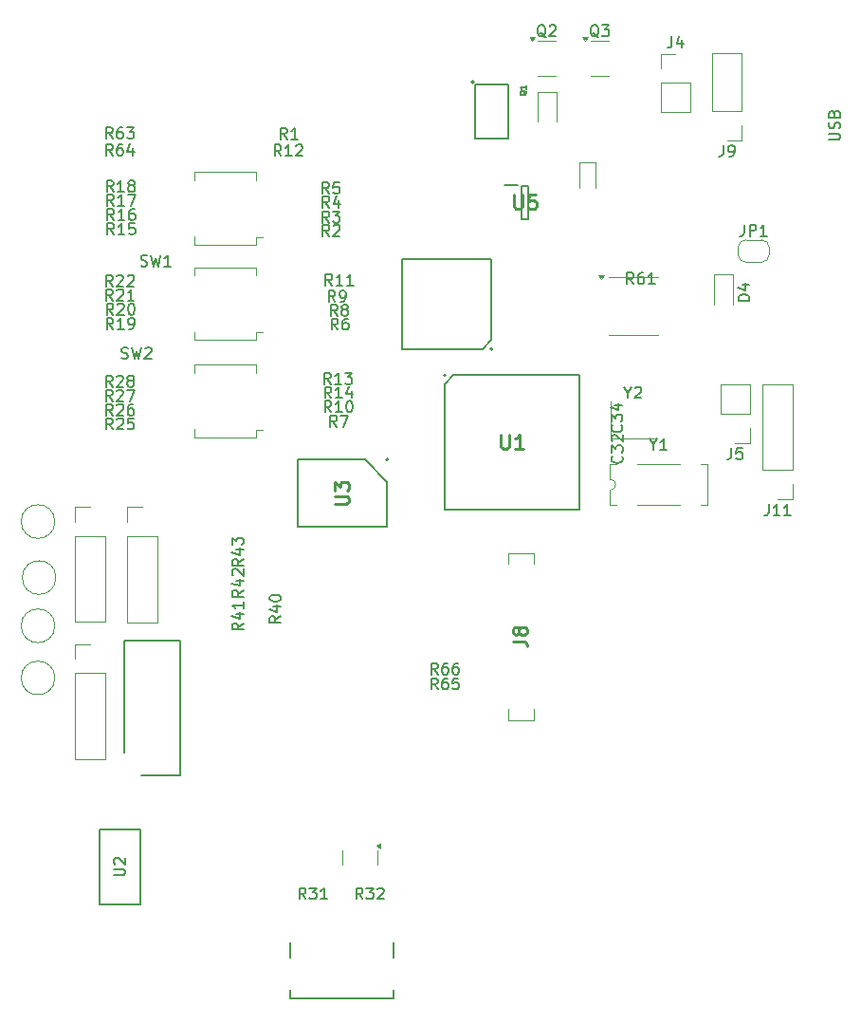
<source format=gbr>
%TF.GenerationSoftware,KiCad,Pcbnew,9.0.0*%
%TF.CreationDate,2025-05-06T20:27:03-04:00*%
%TF.ProjectId,payload_board,7061796c-6f61-4645-9f62-6f6172642e6b,rev?*%
%TF.SameCoordinates,Original*%
%TF.FileFunction,Legend,Top*%
%TF.FilePolarity,Positive*%
%FSLAX45Y45*%
G04 Gerber Fmt 4.5, Leading zero omitted, Abs format (unit mm)*
G04 Created by KiCad (PCBNEW 9.0.0) date 2025-05-06 20:27:03*
%MOMM*%
%LPD*%
G01*
G04 APERTURE LIST*
%ADD10C,0.150000*%
%ADD11C,0.127000*%
%ADD12C,0.254000*%
%ADD13C,0.120000*%
%ADD14C,0.200000*%
%ADD15C,0.152400*%
%ADD16C,0.100000*%
G04 APERTURE END LIST*
D10*
X22411982Y-6398822D02*
X22492934Y-6398822D01*
X22492934Y-6398822D02*
X22502458Y-6394060D01*
X22502458Y-6394060D02*
X22507220Y-6389298D01*
X22507220Y-6389298D02*
X22511982Y-6379774D01*
X22511982Y-6379774D02*
X22511982Y-6360727D01*
X22511982Y-6360727D02*
X22507220Y-6351203D01*
X22507220Y-6351203D02*
X22502458Y-6346441D01*
X22502458Y-6346441D02*
X22492934Y-6341679D01*
X22492934Y-6341679D02*
X22411982Y-6341679D01*
X22507220Y-6298822D02*
X22511982Y-6284536D01*
X22511982Y-6284536D02*
X22511982Y-6260727D01*
X22511982Y-6260727D02*
X22507220Y-6251203D01*
X22507220Y-6251203D02*
X22502458Y-6246441D01*
X22502458Y-6246441D02*
X22492934Y-6241679D01*
X22492934Y-6241679D02*
X22483410Y-6241679D01*
X22483410Y-6241679D02*
X22473887Y-6246441D01*
X22473887Y-6246441D02*
X22469125Y-6251203D01*
X22469125Y-6251203D02*
X22464363Y-6260727D01*
X22464363Y-6260727D02*
X22459601Y-6279774D01*
X22459601Y-6279774D02*
X22454839Y-6289298D01*
X22454839Y-6289298D02*
X22450077Y-6294060D01*
X22450077Y-6294060D02*
X22440553Y-6298822D01*
X22440553Y-6298822D02*
X22431029Y-6298822D01*
X22431029Y-6298822D02*
X22421506Y-6294060D01*
X22421506Y-6294060D02*
X22416744Y-6289298D01*
X22416744Y-6289298D02*
X22411982Y-6279774D01*
X22411982Y-6279774D02*
X22411982Y-6255965D01*
X22411982Y-6255965D02*
X22416744Y-6241679D01*
X22459601Y-6165489D02*
X22464363Y-6151203D01*
X22464363Y-6151203D02*
X22469125Y-6146441D01*
X22469125Y-6146441D02*
X22478648Y-6141679D01*
X22478648Y-6141679D02*
X22492934Y-6141679D01*
X22492934Y-6141679D02*
X22502458Y-6146441D01*
X22502458Y-6146441D02*
X22507220Y-6151203D01*
X22507220Y-6151203D02*
X22511982Y-6160727D01*
X22511982Y-6160727D02*
X22511982Y-6198822D01*
X22511982Y-6198822D02*
X22411982Y-6198822D01*
X22411982Y-6198822D02*
X22411982Y-6165489D01*
X22411982Y-6165489D02*
X22416744Y-6155965D01*
X22416744Y-6155965D02*
X22421506Y-6151203D01*
X22421506Y-6151203D02*
X22431029Y-6146441D01*
X22431029Y-6146441D02*
X22440553Y-6146441D01*
X22440553Y-6146441D02*
X22450077Y-6151203D01*
X22450077Y-6151203D02*
X22454839Y-6155965D01*
X22454839Y-6155965D02*
X22459601Y-6165489D01*
X22459601Y-6165489D02*
X22459601Y-6198822D01*
X21656667Y-7156882D02*
X21656667Y-7228310D01*
X21656667Y-7228310D02*
X21651905Y-7242596D01*
X21651905Y-7242596D02*
X21642381Y-7252120D01*
X21642381Y-7252120D02*
X21628095Y-7256882D01*
X21628095Y-7256882D02*
X21618571Y-7256882D01*
X21704286Y-7256882D02*
X21704286Y-7156882D01*
X21704286Y-7156882D02*
X21742381Y-7156882D01*
X21742381Y-7156882D02*
X21751905Y-7161644D01*
X21751905Y-7161644D02*
X21756667Y-7166406D01*
X21756667Y-7166406D02*
X21761429Y-7175929D01*
X21761429Y-7175929D02*
X21761429Y-7190215D01*
X21761429Y-7190215D02*
X21756667Y-7199739D01*
X21756667Y-7199739D02*
X21751905Y-7204501D01*
X21751905Y-7204501D02*
X21742381Y-7209263D01*
X21742381Y-7209263D02*
X21704286Y-7209263D01*
X21856667Y-7256882D02*
X21799524Y-7256882D01*
X21828095Y-7256882D02*
X21828095Y-7156882D01*
X21828095Y-7156882D02*
X21818571Y-7171168D01*
X21818571Y-7171168D02*
X21809048Y-7180691D01*
X21809048Y-7180691D02*
X21799524Y-7185453D01*
X17949333Y-7137982D02*
X17916000Y-7090363D01*
X17892191Y-7137982D02*
X17892191Y-7037982D01*
X17892191Y-7037982D02*
X17930286Y-7037982D01*
X17930286Y-7037982D02*
X17939810Y-7042744D01*
X17939810Y-7042744D02*
X17944571Y-7047506D01*
X17944571Y-7047506D02*
X17949333Y-7057029D01*
X17949333Y-7057029D02*
X17949333Y-7071315D01*
X17949333Y-7071315D02*
X17944571Y-7080839D01*
X17944571Y-7080839D02*
X17939810Y-7085601D01*
X17939810Y-7085601D02*
X17930286Y-7090363D01*
X17930286Y-7090363D02*
X17892191Y-7090363D01*
X17982667Y-7037982D02*
X18044571Y-7037982D01*
X18044571Y-7037982D02*
X18011238Y-7076077D01*
X18011238Y-7076077D02*
X18025524Y-7076077D01*
X18025524Y-7076077D02*
X18035048Y-7080839D01*
X18035048Y-7080839D02*
X18039810Y-7085601D01*
X18039810Y-7085601D02*
X18044571Y-7095125D01*
X18044571Y-7095125D02*
X18044571Y-7118934D01*
X18044571Y-7118934D02*
X18039810Y-7128458D01*
X18039810Y-7128458D02*
X18035048Y-7133220D01*
X18035048Y-7133220D02*
X18025524Y-7137982D01*
X18025524Y-7137982D02*
X17996952Y-7137982D01*
X17996952Y-7137982D02*
X17987429Y-7133220D01*
X17987429Y-7133220D02*
X17982667Y-7128458D01*
X16018214Y-8982982D02*
X15984881Y-8935363D01*
X15961071Y-8982982D02*
X15961071Y-8882982D01*
X15961071Y-8882982D02*
X15999167Y-8882982D01*
X15999167Y-8882982D02*
X16008690Y-8887744D01*
X16008690Y-8887744D02*
X16013452Y-8892506D01*
X16013452Y-8892506D02*
X16018214Y-8902030D01*
X16018214Y-8902030D02*
X16018214Y-8916315D01*
X16018214Y-8916315D02*
X16013452Y-8925839D01*
X16013452Y-8925839D02*
X16008690Y-8930601D01*
X16008690Y-8930601D02*
X15999167Y-8935363D01*
X15999167Y-8935363D02*
X15961071Y-8935363D01*
X16056309Y-8892506D02*
X16061071Y-8887744D01*
X16061071Y-8887744D02*
X16070595Y-8882982D01*
X16070595Y-8882982D02*
X16094405Y-8882982D01*
X16094405Y-8882982D02*
X16103928Y-8887744D01*
X16103928Y-8887744D02*
X16108690Y-8892506D01*
X16108690Y-8892506D02*
X16113452Y-8902030D01*
X16113452Y-8902030D02*
X16113452Y-8911553D01*
X16113452Y-8911553D02*
X16108690Y-8925839D01*
X16108690Y-8925839D02*
X16051548Y-8982982D01*
X16051548Y-8982982D02*
X16113452Y-8982982D01*
X16203928Y-8882982D02*
X16156309Y-8882982D01*
X16156309Y-8882982D02*
X16151548Y-8930601D01*
X16151548Y-8930601D02*
X16156309Y-8925839D01*
X16156309Y-8925839D02*
X16165833Y-8921077D01*
X16165833Y-8921077D02*
X16189643Y-8921077D01*
X16189643Y-8921077D02*
X16199167Y-8925839D01*
X16199167Y-8925839D02*
X16203928Y-8930601D01*
X16203928Y-8930601D02*
X16208690Y-8940125D01*
X16208690Y-8940125D02*
X16208690Y-8963934D01*
X16208690Y-8963934D02*
X16203928Y-8973458D01*
X16203928Y-8973458D02*
X16199167Y-8978220D01*
X16199167Y-8978220D02*
X16189643Y-8982982D01*
X16189643Y-8982982D02*
X16165833Y-8982982D01*
X16165833Y-8982982D02*
X16156309Y-8978220D01*
X16156309Y-8978220D02*
X16151548Y-8973458D01*
X16025714Y-6985482D02*
X15992381Y-6937863D01*
X15968571Y-6985482D02*
X15968571Y-6885482D01*
X15968571Y-6885482D02*
X16006667Y-6885482D01*
X16006667Y-6885482D02*
X16016190Y-6890244D01*
X16016190Y-6890244D02*
X16020952Y-6895006D01*
X16020952Y-6895006D02*
X16025714Y-6904529D01*
X16025714Y-6904529D02*
X16025714Y-6918815D01*
X16025714Y-6918815D02*
X16020952Y-6928339D01*
X16020952Y-6928339D02*
X16016190Y-6933101D01*
X16016190Y-6933101D02*
X16006667Y-6937863D01*
X16006667Y-6937863D02*
X15968571Y-6937863D01*
X16120952Y-6985482D02*
X16063809Y-6985482D01*
X16092381Y-6985482D02*
X16092381Y-6885482D01*
X16092381Y-6885482D02*
X16082857Y-6899768D01*
X16082857Y-6899768D02*
X16073333Y-6909291D01*
X16073333Y-6909291D02*
X16063809Y-6914053D01*
X16154286Y-6885482D02*
X16220952Y-6885482D01*
X16220952Y-6885482D02*
X16178095Y-6985482D01*
X16015714Y-8730482D02*
X15982381Y-8682863D01*
X15958571Y-8730482D02*
X15958571Y-8630482D01*
X15958571Y-8630482D02*
X15996667Y-8630482D01*
X15996667Y-8630482D02*
X16006190Y-8635244D01*
X16006190Y-8635244D02*
X16010952Y-8640006D01*
X16010952Y-8640006D02*
X16015714Y-8649530D01*
X16015714Y-8649530D02*
X16015714Y-8663815D01*
X16015714Y-8663815D02*
X16010952Y-8673339D01*
X16010952Y-8673339D02*
X16006190Y-8678101D01*
X16006190Y-8678101D02*
X15996667Y-8682863D01*
X15996667Y-8682863D02*
X15958571Y-8682863D01*
X16053809Y-8640006D02*
X16058571Y-8635244D01*
X16058571Y-8635244D02*
X16068095Y-8630482D01*
X16068095Y-8630482D02*
X16091905Y-8630482D01*
X16091905Y-8630482D02*
X16101428Y-8635244D01*
X16101428Y-8635244D02*
X16106190Y-8640006D01*
X16106190Y-8640006D02*
X16110952Y-8649530D01*
X16110952Y-8649530D02*
X16110952Y-8659053D01*
X16110952Y-8659053D02*
X16106190Y-8673339D01*
X16106190Y-8673339D02*
X16049048Y-8730482D01*
X16049048Y-8730482D02*
X16110952Y-8730482D01*
X16144286Y-8630482D02*
X16210952Y-8630482D01*
X16210952Y-8630482D02*
X16168095Y-8730482D01*
X20668214Y-7685482D02*
X20634881Y-7637863D01*
X20611071Y-7685482D02*
X20611071Y-7585482D01*
X20611071Y-7585482D02*
X20649167Y-7585482D01*
X20649167Y-7585482D02*
X20658690Y-7590244D01*
X20658690Y-7590244D02*
X20663452Y-7595006D01*
X20663452Y-7595006D02*
X20668214Y-7604529D01*
X20668214Y-7604529D02*
X20668214Y-7618815D01*
X20668214Y-7618815D02*
X20663452Y-7628339D01*
X20663452Y-7628339D02*
X20658690Y-7633101D01*
X20658690Y-7633101D02*
X20649167Y-7637863D01*
X20649167Y-7637863D02*
X20611071Y-7637863D01*
X20753929Y-7585482D02*
X20734881Y-7585482D01*
X20734881Y-7585482D02*
X20725357Y-7590244D01*
X20725357Y-7590244D02*
X20720595Y-7595006D01*
X20720595Y-7595006D02*
X20711071Y-7609291D01*
X20711071Y-7609291D02*
X20706310Y-7628339D01*
X20706310Y-7628339D02*
X20706310Y-7666434D01*
X20706310Y-7666434D02*
X20711071Y-7675958D01*
X20711071Y-7675958D02*
X20715833Y-7680720D01*
X20715833Y-7680720D02*
X20725357Y-7685482D01*
X20725357Y-7685482D02*
X20744405Y-7685482D01*
X20744405Y-7685482D02*
X20753929Y-7680720D01*
X20753929Y-7680720D02*
X20758690Y-7675958D01*
X20758690Y-7675958D02*
X20763452Y-7666434D01*
X20763452Y-7666434D02*
X20763452Y-7642625D01*
X20763452Y-7642625D02*
X20758690Y-7633101D01*
X20758690Y-7633101D02*
X20753929Y-7628339D01*
X20753929Y-7628339D02*
X20744405Y-7623577D01*
X20744405Y-7623577D02*
X20725357Y-7623577D01*
X20725357Y-7623577D02*
X20715833Y-7628339D01*
X20715833Y-7628339D02*
X20711071Y-7633101D01*
X20711071Y-7633101D02*
X20706310Y-7642625D01*
X20858690Y-7685482D02*
X20801548Y-7685482D01*
X20830119Y-7685482D02*
X20830119Y-7585482D01*
X20830119Y-7585482D02*
X20820595Y-7599768D01*
X20820595Y-7599768D02*
X20811071Y-7609291D01*
X20811071Y-7609291D02*
X20801548Y-7614053D01*
X16028214Y-7242982D02*
X15994881Y-7195363D01*
X15971071Y-7242982D02*
X15971071Y-7142982D01*
X15971071Y-7142982D02*
X16009167Y-7142982D01*
X16009167Y-7142982D02*
X16018690Y-7147744D01*
X16018690Y-7147744D02*
X16023452Y-7152506D01*
X16023452Y-7152506D02*
X16028214Y-7162029D01*
X16028214Y-7162029D02*
X16028214Y-7176315D01*
X16028214Y-7176315D02*
X16023452Y-7185839D01*
X16023452Y-7185839D02*
X16018690Y-7190601D01*
X16018690Y-7190601D02*
X16009167Y-7195363D01*
X16009167Y-7195363D02*
X15971071Y-7195363D01*
X16123452Y-7242982D02*
X16066309Y-7242982D01*
X16094881Y-7242982D02*
X16094881Y-7142982D01*
X16094881Y-7142982D02*
X16085357Y-7157268D01*
X16085357Y-7157268D02*
X16075833Y-7166791D01*
X16075833Y-7166791D02*
X16066309Y-7171553D01*
X16213928Y-7142982D02*
X16166309Y-7142982D01*
X16166309Y-7142982D02*
X16161548Y-7190601D01*
X16161548Y-7190601D02*
X16166309Y-7185839D01*
X16166309Y-7185839D02*
X16175833Y-7181077D01*
X16175833Y-7181077D02*
X16199643Y-7181077D01*
X16199643Y-7181077D02*
X16209167Y-7185839D01*
X16209167Y-7185839D02*
X16213928Y-7190601D01*
X16213928Y-7190601D02*
X16218690Y-7200125D01*
X16218690Y-7200125D02*
X16218690Y-7223934D01*
X16218690Y-7223934D02*
X16213928Y-7233458D01*
X16213928Y-7233458D02*
X16209167Y-7238220D01*
X16209167Y-7238220D02*
X16199643Y-7242982D01*
X16199643Y-7242982D02*
X16175833Y-7242982D01*
X16175833Y-7242982D02*
X16166309Y-7238220D01*
X16166309Y-7238220D02*
X16161548Y-7233458D01*
X17963214Y-8577982D02*
X17929881Y-8530363D01*
X17906071Y-8577982D02*
X17906071Y-8477982D01*
X17906071Y-8477982D02*
X17944167Y-8477982D01*
X17944167Y-8477982D02*
X17953690Y-8482744D01*
X17953690Y-8482744D02*
X17958452Y-8487506D01*
X17958452Y-8487506D02*
X17963214Y-8497030D01*
X17963214Y-8497030D02*
X17963214Y-8511315D01*
X17963214Y-8511315D02*
X17958452Y-8520839D01*
X17958452Y-8520839D02*
X17953690Y-8525601D01*
X17953690Y-8525601D02*
X17944167Y-8530363D01*
X17944167Y-8530363D02*
X17906071Y-8530363D01*
X18058452Y-8577982D02*
X18001310Y-8577982D01*
X18029881Y-8577982D02*
X18029881Y-8477982D01*
X18029881Y-8477982D02*
X18020357Y-8492268D01*
X18020357Y-8492268D02*
X18010833Y-8501791D01*
X18010833Y-8501791D02*
X18001310Y-8506553D01*
X18091786Y-8477982D02*
X18153690Y-8477982D01*
X18153690Y-8477982D02*
X18120357Y-8516077D01*
X18120357Y-8516077D02*
X18134643Y-8516077D01*
X18134643Y-8516077D02*
X18144167Y-8520839D01*
X18144167Y-8520839D02*
X18148929Y-8525601D01*
X18148929Y-8525601D02*
X18153690Y-8535125D01*
X18153690Y-8535125D02*
X18153690Y-8558934D01*
X18153690Y-8558934D02*
X18148929Y-8568458D01*
X18148929Y-8568458D02*
X18144167Y-8573220D01*
X18144167Y-8573220D02*
X18134643Y-8577982D01*
X18134643Y-8577982D02*
X18106071Y-8577982D01*
X18106071Y-8577982D02*
X18096548Y-8573220D01*
X18096548Y-8573220D02*
X18091786Y-8568458D01*
X21874048Y-9650482D02*
X21874048Y-9721910D01*
X21874048Y-9721910D02*
X21869286Y-9736196D01*
X21869286Y-9736196D02*
X21859762Y-9745720D01*
X21859762Y-9745720D02*
X21845476Y-9750482D01*
X21845476Y-9750482D02*
X21835952Y-9750482D01*
X21974048Y-9750482D02*
X21916905Y-9750482D01*
X21945476Y-9750482D02*
X21945476Y-9650482D01*
X21945476Y-9650482D02*
X21935952Y-9664768D01*
X21935952Y-9664768D02*
X21926429Y-9674291D01*
X21926429Y-9674291D02*
X21916905Y-9679053D01*
X22069286Y-9750482D02*
X22012143Y-9750482D01*
X22040714Y-9750482D02*
X22040714Y-9650482D01*
X22040714Y-9650482D02*
X22031191Y-9664768D01*
X22031191Y-9664768D02*
X22021667Y-9674291D01*
X22021667Y-9674291D02*
X22012143Y-9679053D01*
X18028333Y-8092982D02*
X17995000Y-8045363D01*
X17971191Y-8092982D02*
X17971191Y-7992982D01*
X17971191Y-7992982D02*
X18009286Y-7992982D01*
X18009286Y-7992982D02*
X18018810Y-7997744D01*
X18018810Y-7997744D02*
X18023571Y-8002506D01*
X18023571Y-8002506D02*
X18028333Y-8012029D01*
X18028333Y-8012029D02*
X18028333Y-8026315D01*
X18028333Y-8026315D02*
X18023571Y-8035839D01*
X18023571Y-8035839D02*
X18018810Y-8040601D01*
X18018810Y-8040601D02*
X18009286Y-8045363D01*
X18009286Y-8045363D02*
X17971191Y-8045363D01*
X18114048Y-7992982D02*
X18095000Y-7992982D01*
X18095000Y-7992982D02*
X18085476Y-7997744D01*
X18085476Y-7997744D02*
X18080714Y-8002506D01*
X18080714Y-8002506D02*
X18071191Y-8016791D01*
X18071191Y-8016791D02*
X18066429Y-8035839D01*
X18066429Y-8035839D02*
X18066429Y-8073934D01*
X18066429Y-8073934D02*
X18071191Y-8083458D01*
X18071191Y-8083458D02*
X18075952Y-8088220D01*
X18075952Y-8088220D02*
X18085476Y-8092982D01*
X18085476Y-8092982D02*
X18104524Y-8092982D01*
X18104524Y-8092982D02*
X18114048Y-8088220D01*
X18114048Y-8088220D02*
X18118810Y-8083458D01*
X18118810Y-8083458D02*
X18123571Y-8073934D01*
X18123571Y-8073934D02*
X18123571Y-8050125D01*
X18123571Y-8050125D02*
X18118810Y-8040601D01*
X18118810Y-8040601D02*
X18114048Y-8035839D01*
X18114048Y-8035839D02*
X18104524Y-8031077D01*
X18104524Y-8031077D02*
X18085476Y-8031077D01*
X18085476Y-8031077D02*
X18075952Y-8035839D01*
X18075952Y-8035839D02*
X18071191Y-8040601D01*
X18071191Y-8040601D02*
X18066429Y-8050125D01*
X17182982Y-10416786D02*
X17135363Y-10450119D01*
X17182982Y-10473929D02*
X17082982Y-10473929D01*
X17082982Y-10473929D02*
X17082982Y-10435833D01*
X17082982Y-10435833D02*
X17087744Y-10426310D01*
X17087744Y-10426310D02*
X17092506Y-10421548D01*
X17092506Y-10421548D02*
X17102030Y-10416786D01*
X17102030Y-10416786D02*
X17116315Y-10416786D01*
X17116315Y-10416786D02*
X17125839Y-10421548D01*
X17125839Y-10421548D02*
X17130601Y-10426310D01*
X17130601Y-10426310D02*
X17135363Y-10435833D01*
X17135363Y-10435833D02*
X17135363Y-10473929D01*
X17116315Y-10331071D02*
X17182982Y-10331071D01*
X17078220Y-10354881D02*
X17149649Y-10378690D01*
X17149649Y-10378690D02*
X17149649Y-10316786D01*
X17092506Y-10283452D02*
X17087744Y-10278690D01*
X17087744Y-10278690D02*
X17082982Y-10269167D01*
X17082982Y-10269167D02*
X17082982Y-10245357D01*
X17082982Y-10245357D02*
X17087744Y-10235833D01*
X17087744Y-10235833D02*
X17092506Y-10231071D01*
X17092506Y-10231071D02*
X17102030Y-10226310D01*
X17102030Y-10226310D02*
X17111553Y-10226310D01*
X17111553Y-10226310D02*
X17125839Y-10231071D01*
X17125839Y-10231071D02*
X17182982Y-10288214D01*
X17182982Y-10288214D02*
X17182982Y-10226310D01*
X16018214Y-8857982D02*
X15984881Y-8810363D01*
X15961071Y-8857982D02*
X15961071Y-8757982D01*
X15961071Y-8757982D02*
X15999167Y-8757982D01*
X15999167Y-8757982D02*
X16008690Y-8762744D01*
X16008690Y-8762744D02*
X16013452Y-8767506D01*
X16013452Y-8767506D02*
X16018214Y-8777030D01*
X16018214Y-8777030D02*
X16018214Y-8791315D01*
X16018214Y-8791315D02*
X16013452Y-8800839D01*
X16013452Y-8800839D02*
X16008690Y-8805601D01*
X16008690Y-8805601D02*
X15999167Y-8810363D01*
X15999167Y-8810363D02*
X15961071Y-8810363D01*
X16056309Y-8767506D02*
X16061071Y-8762744D01*
X16061071Y-8762744D02*
X16070595Y-8757982D01*
X16070595Y-8757982D02*
X16094405Y-8757982D01*
X16094405Y-8757982D02*
X16103928Y-8762744D01*
X16103928Y-8762744D02*
X16108690Y-8767506D01*
X16108690Y-8767506D02*
X16113452Y-8777030D01*
X16113452Y-8777030D02*
X16113452Y-8786553D01*
X16113452Y-8786553D02*
X16108690Y-8800839D01*
X16108690Y-8800839D02*
X16051548Y-8857982D01*
X16051548Y-8857982D02*
X16113452Y-8857982D01*
X16199167Y-8757982D02*
X16180119Y-8757982D01*
X16180119Y-8757982D02*
X16170595Y-8762744D01*
X16170595Y-8762744D02*
X16165833Y-8767506D01*
X16165833Y-8767506D02*
X16156309Y-8781791D01*
X16156309Y-8781791D02*
X16151548Y-8800839D01*
X16151548Y-8800839D02*
X16151548Y-8838934D01*
X16151548Y-8838934D02*
X16156309Y-8848458D01*
X16156309Y-8848458D02*
X16161071Y-8853220D01*
X16161071Y-8853220D02*
X16170595Y-8857982D01*
X16170595Y-8857982D02*
X16189643Y-8857982D01*
X16189643Y-8857982D02*
X16199167Y-8853220D01*
X16199167Y-8853220D02*
X16203928Y-8848458D01*
X16203928Y-8848458D02*
X16208690Y-8838934D01*
X16208690Y-8838934D02*
X16208690Y-8815125D01*
X16208690Y-8815125D02*
X16203928Y-8805601D01*
X16203928Y-8805601D02*
X16199167Y-8800839D01*
X16199167Y-8800839D02*
X16189643Y-8796077D01*
X16189643Y-8796077D02*
X16170595Y-8796077D01*
X16170595Y-8796077D02*
X16161071Y-8800839D01*
X16161071Y-8800839D02*
X16156309Y-8805601D01*
X16156309Y-8805601D02*
X16151548Y-8815125D01*
X16015714Y-6387982D02*
X15982381Y-6340363D01*
X15958571Y-6387982D02*
X15958571Y-6287982D01*
X15958571Y-6287982D02*
X15996667Y-6287982D01*
X15996667Y-6287982D02*
X16006190Y-6292744D01*
X16006190Y-6292744D02*
X16010952Y-6297506D01*
X16010952Y-6297506D02*
X16015714Y-6307029D01*
X16015714Y-6307029D02*
X16015714Y-6321315D01*
X16015714Y-6321315D02*
X16010952Y-6330839D01*
X16010952Y-6330839D02*
X16006190Y-6335601D01*
X16006190Y-6335601D02*
X15996667Y-6340363D01*
X15996667Y-6340363D02*
X15958571Y-6340363D01*
X16101428Y-6287982D02*
X16082381Y-6287982D01*
X16082381Y-6287982D02*
X16072857Y-6292744D01*
X16072857Y-6292744D02*
X16068095Y-6297506D01*
X16068095Y-6297506D02*
X16058571Y-6311791D01*
X16058571Y-6311791D02*
X16053809Y-6330839D01*
X16053809Y-6330839D02*
X16053809Y-6368934D01*
X16053809Y-6368934D02*
X16058571Y-6378458D01*
X16058571Y-6378458D02*
X16063333Y-6383220D01*
X16063333Y-6383220D02*
X16072857Y-6387982D01*
X16072857Y-6387982D02*
X16091905Y-6387982D01*
X16091905Y-6387982D02*
X16101428Y-6383220D01*
X16101428Y-6383220D02*
X16106190Y-6378458D01*
X16106190Y-6378458D02*
X16110952Y-6368934D01*
X16110952Y-6368934D02*
X16110952Y-6345125D01*
X16110952Y-6345125D02*
X16106190Y-6335601D01*
X16106190Y-6335601D02*
X16101428Y-6330839D01*
X16101428Y-6330839D02*
X16091905Y-6326077D01*
X16091905Y-6326077D02*
X16072857Y-6326077D01*
X16072857Y-6326077D02*
X16063333Y-6330839D01*
X16063333Y-6330839D02*
X16058571Y-6335601D01*
X16058571Y-6335601D02*
X16053809Y-6345125D01*
X16144286Y-6287982D02*
X16206190Y-6287982D01*
X16206190Y-6287982D02*
X16172857Y-6326077D01*
X16172857Y-6326077D02*
X16187143Y-6326077D01*
X16187143Y-6326077D02*
X16196667Y-6330839D01*
X16196667Y-6330839D02*
X16201428Y-6335601D01*
X16201428Y-6335601D02*
X16206190Y-6345125D01*
X16206190Y-6345125D02*
X16206190Y-6368934D01*
X16206190Y-6368934D02*
X16201428Y-6378458D01*
X16201428Y-6378458D02*
X16196667Y-6383220D01*
X16196667Y-6383220D02*
X16187143Y-6387982D01*
X16187143Y-6387982D02*
X16158571Y-6387982D01*
X16158571Y-6387982D02*
X16149048Y-6383220D01*
X16149048Y-6383220D02*
X16144286Y-6378458D01*
X17182982Y-10139286D02*
X17135363Y-10172619D01*
X17182982Y-10196429D02*
X17082982Y-10196429D01*
X17082982Y-10196429D02*
X17082982Y-10158333D01*
X17082982Y-10158333D02*
X17087744Y-10148810D01*
X17087744Y-10148810D02*
X17092506Y-10144048D01*
X17092506Y-10144048D02*
X17102030Y-10139286D01*
X17102030Y-10139286D02*
X17116315Y-10139286D01*
X17116315Y-10139286D02*
X17125839Y-10144048D01*
X17125839Y-10144048D02*
X17130601Y-10148810D01*
X17130601Y-10148810D02*
X17135363Y-10158333D01*
X17135363Y-10158333D02*
X17135363Y-10196429D01*
X17116315Y-10053571D02*
X17182982Y-10053571D01*
X17078220Y-10077381D02*
X17149649Y-10101190D01*
X17149649Y-10101190D02*
X17149649Y-10039286D01*
X17082982Y-10010714D02*
X17082982Y-9948810D01*
X17082982Y-9948810D02*
X17121077Y-9982143D01*
X17121077Y-9982143D02*
X17121077Y-9967857D01*
X17121077Y-9967857D02*
X17125839Y-9958333D01*
X17125839Y-9958333D02*
X17130601Y-9953571D01*
X17130601Y-9953571D02*
X17140125Y-9948810D01*
X17140125Y-9948810D02*
X17163934Y-9948810D01*
X17163934Y-9948810D02*
X17173458Y-9953571D01*
X17173458Y-9953571D02*
X17178220Y-9958333D01*
X17178220Y-9958333D02*
X17182982Y-9967857D01*
X17182982Y-9967857D02*
X17182982Y-9996429D01*
X17182982Y-9996429D02*
X17178220Y-10005952D01*
X17178220Y-10005952D02*
X17173458Y-10010714D01*
D11*
X19711397Y-5960899D02*
X19708978Y-5965737D01*
X19708978Y-5965737D02*
X19704140Y-5970576D01*
X19704140Y-5970576D02*
X19696882Y-5977833D01*
X19696882Y-5977833D02*
X19694463Y-5982671D01*
X19694463Y-5982671D02*
X19694463Y-5987509D01*
X19706559Y-5985090D02*
X19704140Y-5989928D01*
X19704140Y-5989928D02*
X19699302Y-5994766D01*
X19699302Y-5994766D02*
X19689625Y-5997185D01*
X19689625Y-5997185D02*
X19672692Y-5997185D01*
X19672692Y-5997185D02*
X19663016Y-5994766D01*
X19663016Y-5994766D02*
X19658178Y-5989928D01*
X19658178Y-5989928D02*
X19655759Y-5985090D01*
X19655759Y-5985090D02*
X19655759Y-5975414D01*
X19655759Y-5975414D02*
X19658178Y-5970576D01*
X19658178Y-5970576D02*
X19663016Y-5965737D01*
X19663016Y-5965737D02*
X19672692Y-5963318D01*
X19672692Y-5963318D02*
X19689625Y-5963318D01*
X19689625Y-5963318D02*
X19699302Y-5965737D01*
X19699302Y-5965737D02*
X19704140Y-5970576D01*
X19704140Y-5970576D02*
X19706559Y-5975414D01*
X19706559Y-5975414D02*
X19706559Y-5985090D01*
X19706559Y-5914938D02*
X19706559Y-5943966D01*
X19706559Y-5929452D02*
X19655759Y-5929452D01*
X19655759Y-5929452D02*
X19663016Y-5934290D01*
X19663016Y-5934290D02*
X19667854Y-5939128D01*
X19667854Y-5939128D02*
X19670273Y-5943966D01*
D10*
X21469167Y-6448482D02*
X21469167Y-6519910D01*
X21469167Y-6519910D02*
X21464405Y-6534196D01*
X21464405Y-6534196D02*
X21454881Y-6543720D01*
X21454881Y-6543720D02*
X21440595Y-6548482D01*
X21440595Y-6548482D02*
X21431071Y-6548482D01*
X21521548Y-6548482D02*
X21540595Y-6548482D01*
X21540595Y-6548482D02*
X21550119Y-6543720D01*
X21550119Y-6543720D02*
X21554881Y-6538958D01*
X21554881Y-6538958D02*
X21564405Y-6524672D01*
X21564405Y-6524672D02*
X21569167Y-6505625D01*
X21569167Y-6505625D02*
X21569167Y-6467529D01*
X21569167Y-6467529D02*
X21564405Y-6458006D01*
X21564405Y-6458006D02*
X21559643Y-6453244D01*
X21559643Y-6453244D02*
X21550119Y-6448482D01*
X21550119Y-6448482D02*
X21531071Y-6448482D01*
X21531071Y-6448482D02*
X21521548Y-6453244D01*
X21521548Y-6453244D02*
X21516786Y-6458006D01*
X21516786Y-6458006D02*
X21512024Y-6467529D01*
X21512024Y-6467529D02*
X21512024Y-6491339D01*
X21512024Y-6491339D02*
X21516786Y-6500863D01*
X21516786Y-6500863D02*
X21521548Y-6505625D01*
X21521548Y-6505625D02*
X21531071Y-6510387D01*
X21531071Y-6510387D02*
X21550119Y-6510387D01*
X21550119Y-6510387D02*
X21559643Y-6505625D01*
X21559643Y-6505625D02*
X21564405Y-6500863D01*
X21564405Y-6500863D02*
X21569167Y-6491339D01*
X16096667Y-8348220D02*
X16110952Y-8352982D01*
X16110952Y-8352982D02*
X16134762Y-8352982D01*
X16134762Y-8352982D02*
X16144286Y-8348220D01*
X16144286Y-8348220D02*
X16149048Y-8343458D01*
X16149048Y-8343458D02*
X16153809Y-8333934D01*
X16153809Y-8333934D02*
X16153809Y-8324410D01*
X16153809Y-8324410D02*
X16149048Y-8314887D01*
X16149048Y-8314887D02*
X16144286Y-8310125D01*
X16144286Y-8310125D02*
X16134762Y-8305363D01*
X16134762Y-8305363D02*
X16115714Y-8300601D01*
X16115714Y-8300601D02*
X16106190Y-8295839D01*
X16106190Y-8295839D02*
X16101429Y-8291077D01*
X16101429Y-8291077D02*
X16096667Y-8281553D01*
X16096667Y-8281553D02*
X16096667Y-8272029D01*
X16096667Y-8272029D02*
X16101429Y-8262506D01*
X16101429Y-8262506D02*
X16106190Y-8257744D01*
X16106190Y-8257744D02*
X16115714Y-8252982D01*
X16115714Y-8252982D02*
X16139524Y-8252982D01*
X16139524Y-8252982D02*
X16153809Y-8257744D01*
X16187143Y-8252982D02*
X16210952Y-8352982D01*
X16210952Y-8352982D02*
X16230000Y-8281553D01*
X16230000Y-8281553D02*
X16249048Y-8352982D01*
X16249048Y-8352982D02*
X16272857Y-8252982D01*
X16306190Y-8262506D02*
X16310952Y-8257744D01*
X16310952Y-8257744D02*
X16320476Y-8252982D01*
X16320476Y-8252982D02*
X16344286Y-8252982D01*
X16344286Y-8252982D02*
X16353809Y-8257744D01*
X16353809Y-8257744D02*
X16358571Y-8262506D01*
X16358571Y-8262506D02*
X16363333Y-8272029D01*
X16363333Y-8272029D02*
X16363333Y-8281553D01*
X16363333Y-8281553D02*
X16358571Y-8295839D01*
X16358571Y-8295839D02*
X16301429Y-8352982D01*
X16301429Y-8352982D02*
X16363333Y-8352982D01*
D12*
X19600738Y-6890432D02*
X19600738Y-6993241D01*
X19600738Y-6993241D02*
X19606786Y-7005336D01*
X19606786Y-7005336D02*
X19612833Y-7011384D01*
X19612833Y-7011384D02*
X19624929Y-7017432D01*
X19624929Y-7017432D02*
X19649119Y-7017432D01*
X19649119Y-7017432D02*
X19661214Y-7011384D01*
X19661214Y-7011384D02*
X19667262Y-7005336D01*
X19667262Y-7005336D02*
X19673310Y-6993241D01*
X19673310Y-6993241D02*
X19673310Y-6890432D01*
X19794262Y-6890432D02*
X19733786Y-6890432D01*
X19733786Y-6890432D02*
X19727738Y-6950908D01*
X19727738Y-6950908D02*
X19733786Y-6944860D01*
X19733786Y-6944860D02*
X19745881Y-6938813D01*
X19745881Y-6938813D02*
X19776119Y-6938813D01*
X19776119Y-6938813D02*
X19788214Y-6944860D01*
X19788214Y-6944860D02*
X19794262Y-6950908D01*
X19794262Y-6950908D02*
X19800310Y-6963003D01*
X19800310Y-6963003D02*
X19800310Y-6993241D01*
X19800310Y-6993241D02*
X19794262Y-7005336D01*
X19794262Y-7005336D02*
X19788214Y-7011384D01*
X19788214Y-7011384D02*
X19776119Y-7017432D01*
X19776119Y-7017432D02*
X19745881Y-7017432D01*
X19745881Y-7017432D02*
X19733786Y-7011384D01*
X19733786Y-7011384D02*
X19727738Y-7005336D01*
D10*
X21702982Y-7836309D02*
X21602982Y-7836309D01*
X21602982Y-7836309D02*
X21602982Y-7812500D01*
X21602982Y-7812500D02*
X21607744Y-7798214D01*
X21607744Y-7798214D02*
X21617268Y-7788690D01*
X21617268Y-7788690D02*
X21626791Y-7783928D01*
X21626791Y-7783928D02*
X21645839Y-7779167D01*
X21645839Y-7779167D02*
X21660125Y-7779167D01*
X21660125Y-7779167D02*
X21679172Y-7783928D01*
X21679172Y-7783928D02*
X21688696Y-7788690D01*
X21688696Y-7788690D02*
X21698220Y-7798214D01*
X21698220Y-7798214D02*
X21702982Y-7812500D01*
X21702982Y-7812500D02*
X21702982Y-7836309D01*
X21636315Y-7693452D02*
X21702982Y-7693452D01*
X21598220Y-7717262D02*
X21669649Y-7741071D01*
X21669649Y-7741071D02*
X21669649Y-7679167D01*
X16014714Y-8602982D02*
X15981381Y-8555363D01*
X15957571Y-8602982D02*
X15957571Y-8502982D01*
X15957571Y-8502982D02*
X15995667Y-8502982D01*
X15995667Y-8502982D02*
X16005190Y-8507744D01*
X16005190Y-8507744D02*
X16009952Y-8512506D01*
X16009952Y-8512506D02*
X16014714Y-8522030D01*
X16014714Y-8522030D02*
X16014714Y-8536315D01*
X16014714Y-8536315D02*
X16009952Y-8545839D01*
X16009952Y-8545839D02*
X16005190Y-8550601D01*
X16005190Y-8550601D02*
X15995667Y-8555363D01*
X15995667Y-8555363D02*
X15957571Y-8555363D01*
X16052809Y-8512506D02*
X16057571Y-8507744D01*
X16057571Y-8507744D02*
X16067095Y-8502982D01*
X16067095Y-8502982D02*
X16090905Y-8502982D01*
X16090905Y-8502982D02*
X16100428Y-8507744D01*
X16100428Y-8507744D02*
X16105190Y-8512506D01*
X16105190Y-8512506D02*
X16109952Y-8522030D01*
X16109952Y-8522030D02*
X16109952Y-8531553D01*
X16109952Y-8531553D02*
X16105190Y-8545839D01*
X16105190Y-8545839D02*
X16048048Y-8602982D01*
X16048048Y-8602982D02*
X16109952Y-8602982D01*
X16167095Y-8545839D02*
X16157571Y-8541077D01*
X16157571Y-8541077D02*
X16152809Y-8536315D01*
X16152809Y-8536315D02*
X16148048Y-8526791D01*
X16148048Y-8526791D02*
X16148048Y-8522030D01*
X16148048Y-8522030D02*
X16152809Y-8512506D01*
X16152809Y-8512506D02*
X16157571Y-8507744D01*
X16157571Y-8507744D02*
X16167095Y-8502982D01*
X16167095Y-8502982D02*
X16186143Y-8502982D01*
X16186143Y-8502982D02*
X16195667Y-8507744D01*
X16195667Y-8507744D02*
X16200428Y-8512506D01*
X16200428Y-8512506D02*
X16205190Y-8522030D01*
X16205190Y-8522030D02*
X16205190Y-8526791D01*
X16205190Y-8526791D02*
X16200428Y-8536315D01*
X16200428Y-8536315D02*
X16195667Y-8541077D01*
X16195667Y-8541077D02*
X16186143Y-8545839D01*
X16186143Y-8545839D02*
X16167095Y-8545839D01*
X16167095Y-8545839D02*
X16157571Y-8550601D01*
X16157571Y-8550601D02*
X16152809Y-8555363D01*
X16152809Y-8555363D02*
X16148048Y-8564887D01*
X16148048Y-8564887D02*
X16148048Y-8583934D01*
X16148048Y-8583934D02*
X16152809Y-8593458D01*
X16152809Y-8593458D02*
X16157571Y-8598220D01*
X16157571Y-8598220D02*
X16167095Y-8602982D01*
X16167095Y-8602982D02*
X16186143Y-8602982D01*
X16186143Y-8602982D02*
X16195667Y-8598220D01*
X16195667Y-8598220D02*
X16200428Y-8593458D01*
X16200428Y-8593458D02*
X16205190Y-8583934D01*
X16205190Y-8583934D02*
X16205190Y-8564887D01*
X16205190Y-8564887D02*
X16200428Y-8555363D01*
X16200428Y-8555363D02*
X16195667Y-8550601D01*
X16195667Y-8550601D02*
X16186143Y-8545839D01*
X16023214Y-6862982D02*
X15989881Y-6815363D01*
X15966071Y-6862982D02*
X15966071Y-6762982D01*
X15966071Y-6762982D02*
X16004167Y-6762982D01*
X16004167Y-6762982D02*
X16013690Y-6767744D01*
X16013690Y-6767744D02*
X16018452Y-6772506D01*
X16018452Y-6772506D02*
X16023214Y-6782029D01*
X16023214Y-6782029D02*
X16023214Y-6796315D01*
X16023214Y-6796315D02*
X16018452Y-6805839D01*
X16018452Y-6805839D02*
X16013690Y-6810601D01*
X16013690Y-6810601D02*
X16004167Y-6815363D01*
X16004167Y-6815363D02*
X15966071Y-6815363D01*
X16118452Y-6862982D02*
X16061309Y-6862982D01*
X16089881Y-6862982D02*
X16089881Y-6762982D01*
X16089881Y-6762982D02*
X16080357Y-6777268D01*
X16080357Y-6777268D02*
X16070833Y-6786791D01*
X16070833Y-6786791D02*
X16061309Y-6791553D01*
X16175595Y-6805839D02*
X16166071Y-6801077D01*
X16166071Y-6801077D02*
X16161309Y-6796315D01*
X16161309Y-6796315D02*
X16156548Y-6786791D01*
X16156548Y-6786791D02*
X16156548Y-6782029D01*
X16156548Y-6782029D02*
X16161309Y-6772506D01*
X16161309Y-6772506D02*
X16166071Y-6767744D01*
X16166071Y-6767744D02*
X16175595Y-6762982D01*
X16175595Y-6762982D02*
X16194643Y-6762982D01*
X16194643Y-6762982D02*
X16204167Y-6767744D01*
X16204167Y-6767744D02*
X16208928Y-6772506D01*
X16208928Y-6772506D02*
X16213690Y-6782029D01*
X16213690Y-6782029D02*
X16213690Y-6786791D01*
X16213690Y-6786791D02*
X16208928Y-6796315D01*
X16208928Y-6796315D02*
X16204167Y-6801077D01*
X16204167Y-6801077D02*
X16194643Y-6805839D01*
X16194643Y-6805839D02*
X16175595Y-6805839D01*
X16175595Y-6805839D02*
X16166071Y-6810601D01*
X16166071Y-6810601D02*
X16161309Y-6815363D01*
X16161309Y-6815363D02*
X16156548Y-6824887D01*
X16156548Y-6824887D02*
X16156548Y-6843934D01*
X16156548Y-6843934D02*
X16161309Y-6853458D01*
X16161309Y-6853458D02*
X16166071Y-6858220D01*
X16166071Y-6858220D02*
X16175595Y-6862982D01*
X16175595Y-6862982D02*
X16194643Y-6862982D01*
X16194643Y-6862982D02*
X16204167Y-6858220D01*
X16204167Y-6858220D02*
X16208928Y-6853458D01*
X16208928Y-6853458D02*
X16213690Y-6843934D01*
X16213690Y-6843934D02*
X16213690Y-6824887D01*
X16213690Y-6824887D02*
X16208928Y-6815363D01*
X16208928Y-6815363D02*
X16204167Y-6810601D01*
X16204167Y-6810601D02*
X16194643Y-6805839D01*
X18023333Y-7970482D02*
X17990000Y-7922863D01*
X17966191Y-7970482D02*
X17966191Y-7870482D01*
X17966191Y-7870482D02*
X18004286Y-7870482D01*
X18004286Y-7870482D02*
X18013810Y-7875244D01*
X18013810Y-7875244D02*
X18018571Y-7880006D01*
X18018571Y-7880006D02*
X18023333Y-7889529D01*
X18023333Y-7889529D02*
X18023333Y-7903815D01*
X18023333Y-7903815D02*
X18018571Y-7913339D01*
X18018571Y-7913339D02*
X18013810Y-7918101D01*
X18013810Y-7918101D02*
X18004286Y-7922863D01*
X18004286Y-7922863D02*
X17966191Y-7922863D01*
X18080476Y-7913339D02*
X18070952Y-7908577D01*
X18070952Y-7908577D02*
X18066191Y-7903815D01*
X18066191Y-7903815D02*
X18061429Y-7894291D01*
X18061429Y-7894291D02*
X18061429Y-7889529D01*
X18061429Y-7889529D02*
X18066191Y-7880006D01*
X18066191Y-7880006D02*
X18070952Y-7875244D01*
X18070952Y-7875244D02*
X18080476Y-7870482D01*
X18080476Y-7870482D02*
X18099524Y-7870482D01*
X18099524Y-7870482D02*
X18109048Y-7875244D01*
X18109048Y-7875244D02*
X18113810Y-7880006D01*
X18113810Y-7880006D02*
X18118571Y-7889529D01*
X18118571Y-7889529D02*
X18118571Y-7894291D01*
X18118571Y-7894291D02*
X18113810Y-7903815D01*
X18113810Y-7903815D02*
X18109048Y-7908577D01*
X18109048Y-7908577D02*
X18099524Y-7913339D01*
X18099524Y-7913339D02*
X18080476Y-7913339D01*
X18080476Y-7913339D02*
X18070952Y-7918101D01*
X18070952Y-7918101D02*
X18066191Y-7922863D01*
X18066191Y-7922863D02*
X18061429Y-7932387D01*
X18061429Y-7932387D02*
X18061429Y-7951434D01*
X18061429Y-7951434D02*
X18066191Y-7960958D01*
X18066191Y-7960958D02*
X18070952Y-7965720D01*
X18070952Y-7965720D02*
X18080476Y-7970482D01*
X18080476Y-7970482D02*
X18099524Y-7970482D01*
X18099524Y-7970482D02*
X18109048Y-7965720D01*
X18109048Y-7965720D02*
X18113810Y-7960958D01*
X18113810Y-7960958D02*
X18118571Y-7951434D01*
X18118571Y-7951434D02*
X18118571Y-7932387D01*
X18118571Y-7932387D02*
X18113810Y-7922863D01*
X18113810Y-7922863D02*
X18109048Y-7918101D01*
X18109048Y-7918101D02*
X18099524Y-7913339D01*
X17182982Y-10711786D02*
X17135363Y-10745119D01*
X17182982Y-10768929D02*
X17082982Y-10768929D01*
X17082982Y-10768929D02*
X17082982Y-10730833D01*
X17082982Y-10730833D02*
X17087744Y-10721310D01*
X17087744Y-10721310D02*
X17092506Y-10716548D01*
X17092506Y-10716548D02*
X17102030Y-10711786D01*
X17102030Y-10711786D02*
X17116315Y-10711786D01*
X17116315Y-10711786D02*
X17125839Y-10716548D01*
X17125839Y-10716548D02*
X17130601Y-10721310D01*
X17130601Y-10721310D02*
X17135363Y-10730833D01*
X17135363Y-10730833D02*
X17135363Y-10768929D01*
X17116315Y-10626071D02*
X17182982Y-10626071D01*
X17078220Y-10649881D02*
X17149649Y-10673690D01*
X17149649Y-10673690D02*
X17149649Y-10611786D01*
X17182982Y-10521310D02*
X17182982Y-10578452D01*
X17182982Y-10549881D02*
X17082982Y-10549881D01*
X17082982Y-10549881D02*
X17097268Y-10559405D01*
X17097268Y-10559405D02*
X17106791Y-10568929D01*
X17106791Y-10568929D02*
X17111553Y-10578452D01*
X17573333Y-6392982D02*
X17540000Y-6345363D01*
X17516191Y-6392982D02*
X17516191Y-6292982D01*
X17516191Y-6292982D02*
X17554286Y-6292982D01*
X17554286Y-6292982D02*
X17563810Y-6297744D01*
X17563810Y-6297744D02*
X17568571Y-6302506D01*
X17568571Y-6302506D02*
X17573333Y-6312029D01*
X17573333Y-6312029D02*
X17573333Y-6326315D01*
X17573333Y-6326315D02*
X17568571Y-6335839D01*
X17568571Y-6335839D02*
X17563810Y-6340601D01*
X17563810Y-6340601D02*
X17554286Y-6345363D01*
X17554286Y-6345363D02*
X17516191Y-6345363D01*
X17668571Y-6392982D02*
X17611429Y-6392982D01*
X17640000Y-6392982D02*
X17640000Y-6292982D01*
X17640000Y-6292982D02*
X17630476Y-6307268D01*
X17630476Y-6307268D02*
X17620952Y-6316791D01*
X17620952Y-6316791D02*
X17611429Y-6321553D01*
X17968214Y-8702982D02*
X17934881Y-8655363D01*
X17911071Y-8702982D02*
X17911071Y-8602982D01*
X17911071Y-8602982D02*
X17949167Y-8602982D01*
X17949167Y-8602982D02*
X17958690Y-8607744D01*
X17958690Y-8607744D02*
X17963452Y-8612506D01*
X17963452Y-8612506D02*
X17968214Y-8622030D01*
X17968214Y-8622030D02*
X17968214Y-8636315D01*
X17968214Y-8636315D02*
X17963452Y-8645839D01*
X17963452Y-8645839D02*
X17958690Y-8650601D01*
X17958690Y-8650601D02*
X17949167Y-8655363D01*
X17949167Y-8655363D02*
X17911071Y-8655363D01*
X18063452Y-8702982D02*
X18006310Y-8702982D01*
X18034881Y-8702982D02*
X18034881Y-8602982D01*
X18034881Y-8602982D02*
X18025357Y-8617268D01*
X18025357Y-8617268D02*
X18015833Y-8626791D01*
X18015833Y-8626791D02*
X18006310Y-8631553D01*
X18149167Y-8636315D02*
X18149167Y-8702982D01*
X18125357Y-8598220D02*
X18101548Y-8669649D01*
X18101548Y-8669649D02*
X18163452Y-8669649D01*
X18918214Y-11167982D02*
X18884881Y-11120363D01*
X18861071Y-11167982D02*
X18861071Y-11067982D01*
X18861071Y-11067982D02*
X18899167Y-11067982D01*
X18899167Y-11067982D02*
X18908690Y-11072744D01*
X18908690Y-11072744D02*
X18913452Y-11077506D01*
X18913452Y-11077506D02*
X18918214Y-11087030D01*
X18918214Y-11087030D02*
X18918214Y-11101315D01*
X18918214Y-11101315D02*
X18913452Y-11110839D01*
X18913452Y-11110839D02*
X18908690Y-11115601D01*
X18908690Y-11115601D02*
X18899167Y-11120363D01*
X18899167Y-11120363D02*
X18861071Y-11120363D01*
X19003929Y-11067982D02*
X18984881Y-11067982D01*
X18984881Y-11067982D02*
X18975357Y-11072744D01*
X18975357Y-11072744D02*
X18970595Y-11077506D01*
X18970595Y-11077506D02*
X18961071Y-11091791D01*
X18961071Y-11091791D02*
X18956310Y-11110839D01*
X18956310Y-11110839D02*
X18956310Y-11148934D01*
X18956310Y-11148934D02*
X18961071Y-11158458D01*
X18961071Y-11158458D02*
X18965833Y-11163220D01*
X18965833Y-11163220D02*
X18975357Y-11167982D01*
X18975357Y-11167982D02*
X18994405Y-11167982D01*
X18994405Y-11167982D02*
X19003929Y-11163220D01*
X19003929Y-11163220D02*
X19008690Y-11158458D01*
X19008690Y-11158458D02*
X19013452Y-11148934D01*
X19013452Y-11148934D02*
X19013452Y-11125125D01*
X19013452Y-11125125D02*
X19008690Y-11115601D01*
X19008690Y-11115601D02*
X19003929Y-11110839D01*
X19003929Y-11110839D02*
X18994405Y-11106077D01*
X18994405Y-11106077D02*
X18975357Y-11106077D01*
X18975357Y-11106077D02*
X18965833Y-11110839D01*
X18965833Y-11110839D02*
X18961071Y-11115601D01*
X18961071Y-11115601D02*
X18956310Y-11125125D01*
X19099167Y-11067982D02*
X19080119Y-11067982D01*
X19080119Y-11067982D02*
X19070595Y-11072744D01*
X19070595Y-11072744D02*
X19065833Y-11077506D01*
X19065833Y-11077506D02*
X19056310Y-11091791D01*
X19056310Y-11091791D02*
X19051548Y-11110839D01*
X19051548Y-11110839D02*
X19051548Y-11148934D01*
X19051548Y-11148934D02*
X19056310Y-11158458D01*
X19056310Y-11158458D02*
X19061071Y-11163220D01*
X19061071Y-11163220D02*
X19070595Y-11167982D01*
X19070595Y-11167982D02*
X19089643Y-11167982D01*
X19089643Y-11167982D02*
X19099167Y-11163220D01*
X19099167Y-11163220D02*
X19103929Y-11158458D01*
X19103929Y-11158458D02*
X19108690Y-11148934D01*
X19108690Y-11148934D02*
X19108690Y-11125125D01*
X19108690Y-11125125D02*
X19103929Y-11115601D01*
X19103929Y-11115601D02*
X19099167Y-11110839D01*
X19099167Y-11110839D02*
X19089643Y-11106077D01*
X19089643Y-11106077D02*
X19070595Y-11106077D01*
X19070595Y-11106077D02*
X19061071Y-11110839D01*
X19061071Y-11110839D02*
X19056310Y-11115601D01*
X19056310Y-11115601D02*
X19051548Y-11125125D01*
X16269167Y-7523220D02*
X16283452Y-7527982D01*
X16283452Y-7527982D02*
X16307262Y-7527982D01*
X16307262Y-7527982D02*
X16316786Y-7523220D01*
X16316786Y-7523220D02*
X16321548Y-7518458D01*
X16321548Y-7518458D02*
X16326309Y-7508934D01*
X16326309Y-7508934D02*
X16326309Y-7499410D01*
X16326309Y-7499410D02*
X16321548Y-7489887D01*
X16321548Y-7489887D02*
X16316786Y-7485125D01*
X16316786Y-7485125D02*
X16307262Y-7480363D01*
X16307262Y-7480363D02*
X16288214Y-7475601D01*
X16288214Y-7475601D02*
X16278690Y-7470839D01*
X16278690Y-7470839D02*
X16273929Y-7466077D01*
X16273929Y-7466077D02*
X16269167Y-7456553D01*
X16269167Y-7456553D02*
X16269167Y-7447029D01*
X16269167Y-7447029D02*
X16273929Y-7437506D01*
X16273929Y-7437506D02*
X16278690Y-7432744D01*
X16278690Y-7432744D02*
X16288214Y-7427982D01*
X16288214Y-7427982D02*
X16312024Y-7427982D01*
X16312024Y-7427982D02*
X16326309Y-7432744D01*
X16359643Y-7427982D02*
X16383452Y-7527982D01*
X16383452Y-7527982D02*
X16402500Y-7456553D01*
X16402500Y-7456553D02*
X16421548Y-7527982D01*
X16421548Y-7527982D02*
X16445357Y-7427982D01*
X16535833Y-7527982D02*
X16478690Y-7527982D01*
X16507262Y-7527982D02*
X16507262Y-7427982D01*
X16507262Y-7427982D02*
X16497738Y-7442268D01*
X16497738Y-7442268D02*
X16488214Y-7451791D01*
X16488214Y-7451791D02*
X16478690Y-7456553D01*
X16018214Y-7832982D02*
X15984881Y-7785363D01*
X15961071Y-7832982D02*
X15961071Y-7732982D01*
X15961071Y-7732982D02*
X15999167Y-7732982D01*
X15999167Y-7732982D02*
X16008690Y-7737744D01*
X16008690Y-7737744D02*
X16013452Y-7742506D01*
X16013452Y-7742506D02*
X16018214Y-7752029D01*
X16018214Y-7752029D02*
X16018214Y-7766315D01*
X16018214Y-7766315D02*
X16013452Y-7775839D01*
X16013452Y-7775839D02*
X16008690Y-7780601D01*
X16008690Y-7780601D02*
X15999167Y-7785363D01*
X15999167Y-7785363D02*
X15961071Y-7785363D01*
X16056309Y-7742506D02*
X16061071Y-7737744D01*
X16061071Y-7737744D02*
X16070595Y-7732982D01*
X16070595Y-7732982D02*
X16094405Y-7732982D01*
X16094405Y-7732982D02*
X16103928Y-7737744D01*
X16103928Y-7737744D02*
X16108690Y-7742506D01*
X16108690Y-7742506D02*
X16113452Y-7752029D01*
X16113452Y-7752029D02*
X16113452Y-7761553D01*
X16113452Y-7761553D02*
X16108690Y-7775839D01*
X16108690Y-7775839D02*
X16051548Y-7832982D01*
X16051548Y-7832982D02*
X16113452Y-7832982D01*
X16208690Y-7832982D02*
X16151548Y-7832982D01*
X16180119Y-7832982D02*
X16180119Y-7732982D01*
X16180119Y-7732982D02*
X16170595Y-7747268D01*
X16170595Y-7747268D02*
X16161071Y-7756791D01*
X16161071Y-7756791D02*
X16151548Y-7761553D01*
X20617381Y-8655363D02*
X20617381Y-8702982D01*
X20584048Y-8602982D02*
X20617381Y-8655363D01*
X20617381Y-8655363D02*
X20650714Y-8602982D01*
X20679286Y-8612506D02*
X20684048Y-8607744D01*
X20684048Y-8607744D02*
X20693571Y-8602982D01*
X20693571Y-8602982D02*
X20717381Y-8602982D01*
X20717381Y-8602982D02*
X20726905Y-8607744D01*
X20726905Y-8607744D02*
X20731667Y-8612506D01*
X20731667Y-8612506D02*
X20736429Y-8622030D01*
X20736429Y-8622030D02*
X20736429Y-8631553D01*
X20736429Y-8631553D02*
X20731667Y-8645839D01*
X20731667Y-8645839D02*
X20674524Y-8702982D01*
X20674524Y-8702982D02*
X20736429Y-8702982D01*
X17520714Y-6542982D02*
X17487381Y-6495363D01*
X17463571Y-6542982D02*
X17463571Y-6442982D01*
X17463571Y-6442982D02*
X17501667Y-6442982D01*
X17501667Y-6442982D02*
X17511190Y-6447744D01*
X17511190Y-6447744D02*
X17515952Y-6452506D01*
X17515952Y-6452506D02*
X17520714Y-6462029D01*
X17520714Y-6462029D02*
X17520714Y-6476315D01*
X17520714Y-6476315D02*
X17515952Y-6485839D01*
X17515952Y-6485839D02*
X17511190Y-6490601D01*
X17511190Y-6490601D02*
X17501667Y-6495363D01*
X17501667Y-6495363D02*
X17463571Y-6495363D01*
X17615952Y-6542982D02*
X17558810Y-6542982D01*
X17587381Y-6542982D02*
X17587381Y-6442982D01*
X17587381Y-6442982D02*
X17577857Y-6457268D01*
X17577857Y-6457268D02*
X17568333Y-6466791D01*
X17568333Y-6466791D02*
X17558810Y-6471553D01*
X17654048Y-6452506D02*
X17658810Y-6447744D01*
X17658810Y-6447744D02*
X17668333Y-6442982D01*
X17668333Y-6442982D02*
X17692143Y-6442982D01*
X17692143Y-6442982D02*
X17701667Y-6447744D01*
X17701667Y-6447744D02*
X17706429Y-6452506D01*
X17706429Y-6452506D02*
X17711190Y-6462029D01*
X17711190Y-6462029D02*
X17711190Y-6471553D01*
X17711190Y-6471553D02*
X17706429Y-6485839D01*
X17706429Y-6485839D02*
X17649286Y-6542982D01*
X17649286Y-6542982D02*
X17711190Y-6542982D01*
X20560958Y-9221286D02*
X20565720Y-9226048D01*
X20565720Y-9226048D02*
X20570482Y-9240333D01*
X20570482Y-9240333D02*
X20570482Y-9249857D01*
X20570482Y-9249857D02*
X20565720Y-9264143D01*
X20565720Y-9264143D02*
X20556196Y-9273667D01*
X20556196Y-9273667D02*
X20546672Y-9278429D01*
X20546672Y-9278429D02*
X20527625Y-9283190D01*
X20527625Y-9283190D02*
X20513339Y-9283190D01*
X20513339Y-9283190D02*
X20494291Y-9278429D01*
X20494291Y-9278429D02*
X20484768Y-9273667D01*
X20484768Y-9273667D02*
X20475244Y-9264143D01*
X20475244Y-9264143D02*
X20470482Y-9249857D01*
X20470482Y-9249857D02*
X20470482Y-9240333D01*
X20470482Y-9240333D02*
X20475244Y-9226048D01*
X20475244Y-9226048D02*
X20480006Y-9221286D01*
X20470482Y-9187952D02*
X20470482Y-9126048D01*
X20470482Y-9126048D02*
X20508577Y-9159381D01*
X20508577Y-9159381D02*
X20508577Y-9145095D01*
X20508577Y-9145095D02*
X20513339Y-9135571D01*
X20513339Y-9135571D02*
X20518101Y-9130810D01*
X20518101Y-9130810D02*
X20527625Y-9126048D01*
X20527625Y-9126048D02*
X20551434Y-9126048D01*
X20551434Y-9126048D02*
X20560958Y-9130810D01*
X20560958Y-9130810D02*
X20565720Y-9135571D01*
X20565720Y-9135571D02*
X20570482Y-9145095D01*
X20570482Y-9145095D02*
X20570482Y-9173667D01*
X20570482Y-9173667D02*
X20565720Y-9183190D01*
X20565720Y-9183190D02*
X20560958Y-9187952D01*
X20480006Y-9087952D02*
X20475244Y-9083190D01*
X20475244Y-9083190D02*
X20470482Y-9073667D01*
X20470482Y-9073667D02*
X20470482Y-9049857D01*
X20470482Y-9049857D02*
X20475244Y-9040333D01*
X20475244Y-9040333D02*
X20480006Y-9035571D01*
X20480006Y-9035571D02*
X20489530Y-9030810D01*
X20489530Y-9030810D02*
X20499053Y-9030810D01*
X20499053Y-9030810D02*
X20513339Y-9035571D01*
X20513339Y-9035571D02*
X20570482Y-9092714D01*
X20570482Y-9092714D02*
X20570482Y-9030810D01*
X17948333Y-6877982D02*
X17915000Y-6830363D01*
X17891191Y-6877982D02*
X17891191Y-6777982D01*
X17891191Y-6777982D02*
X17929286Y-6777982D01*
X17929286Y-6777982D02*
X17938810Y-6782744D01*
X17938810Y-6782744D02*
X17943571Y-6787506D01*
X17943571Y-6787506D02*
X17948333Y-6797029D01*
X17948333Y-6797029D02*
X17948333Y-6811315D01*
X17948333Y-6811315D02*
X17943571Y-6820839D01*
X17943571Y-6820839D02*
X17938810Y-6825601D01*
X17938810Y-6825601D02*
X17929286Y-6830363D01*
X17929286Y-6830363D02*
X17891191Y-6830363D01*
X18038810Y-6777982D02*
X17991191Y-6777982D01*
X17991191Y-6777982D02*
X17986429Y-6825601D01*
X17986429Y-6825601D02*
X17991191Y-6820839D01*
X17991191Y-6820839D02*
X18000714Y-6816077D01*
X18000714Y-6816077D02*
X18024524Y-6816077D01*
X18024524Y-6816077D02*
X18034048Y-6820839D01*
X18034048Y-6820839D02*
X18038810Y-6825601D01*
X18038810Y-6825601D02*
X18043571Y-6835125D01*
X18043571Y-6835125D02*
X18043571Y-6858934D01*
X18043571Y-6858934D02*
X18038810Y-6868458D01*
X18038810Y-6868458D02*
X18034048Y-6873220D01*
X18034048Y-6873220D02*
X18024524Y-6877982D01*
X18024524Y-6877982D02*
X18000714Y-6877982D01*
X18000714Y-6877982D02*
X17991191Y-6873220D01*
X17991191Y-6873220D02*
X17986429Y-6868458D01*
X16016714Y-7705482D02*
X15983381Y-7657863D01*
X15959571Y-7705482D02*
X15959571Y-7605482D01*
X15959571Y-7605482D02*
X15997667Y-7605482D01*
X15997667Y-7605482D02*
X16007190Y-7610244D01*
X16007190Y-7610244D02*
X16011952Y-7615006D01*
X16011952Y-7615006D02*
X16016714Y-7624529D01*
X16016714Y-7624529D02*
X16016714Y-7638815D01*
X16016714Y-7638815D02*
X16011952Y-7648339D01*
X16011952Y-7648339D02*
X16007190Y-7653101D01*
X16007190Y-7653101D02*
X15997667Y-7657863D01*
X15997667Y-7657863D02*
X15959571Y-7657863D01*
X16054809Y-7615006D02*
X16059571Y-7610244D01*
X16059571Y-7610244D02*
X16069095Y-7605482D01*
X16069095Y-7605482D02*
X16092905Y-7605482D01*
X16092905Y-7605482D02*
X16102428Y-7610244D01*
X16102428Y-7610244D02*
X16107190Y-7615006D01*
X16107190Y-7615006D02*
X16111952Y-7624529D01*
X16111952Y-7624529D02*
X16111952Y-7634053D01*
X16111952Y-7634053D02*
X16107190Y-7648339D01*
X16107190Y-7648339D02*
X16050048Y-7705482D01*
X16050048Y-7705482D02*
X16111952Y-7705482D01*
X16150048Y-7615006D02*
X16154809Y-7610244D01*
X16154809Y-7610244D02*
X16164333Y-7605482D01*
X16164333Y-7605482D02*
X16188143Y-7605482D01*
X16188143Y-7605482D02*
X16197667Y-7610244D01*
X16197667Y-7610244D02*
X16202428Y-7615006D01*
X16202428Y-7615006D02*
X16207190Y-7624529D01*
X16207190Y-7624529D02*
X16207190Y-7634053D01*
X16207190Y-7634053D02*
X16202428Y-7648339D01*
X16202428Y-7648339D02*
X16145286Y-7705482D01*
X16145286Y-7705482D02*
X16207190Y-7705482D01*
X17740914Y-13173882D02*
X17707581Y-13126263D01*
X17683771Y-13173882D02*
X17683771Y-13073882D01*
X17683771Y-13073882D02*
X17721867Y-13073882D01*
X17721867Y-13073882D02*
X17731390Y-13078644D01*
X17731390Y-13078644D02*
X17736152Y-13083406D01*
X17736152Y-13083406D02*
X17740914Y-13092929D01*
X17740914Y-13092929D02*
X17740914Y-13107215D01*
X17740914Y-13107215D02*
X17736152Y-13116739D01*
X17736152Y-13116739D02*
X17731390Y-13121501D01*
X17731390Y-13121501D02*
X17721867Y-13126263D01*
X17721867Y-13126263D02*
X17683771Y-13126263D01*
X17774248Y-13073882D02*
X17836152Y-13073882D01*
X17836152Y-13073882D02*
X17802819Y-13111977D01*
X17802819Y-13111977D02*
X17817105Y-13111977D01*
X17817105Y-13111977D02*
X17826629Y-13116739D01*
X17826629Y-13116739D02*
X17831390Y-13121501D01*
X17831390Y-13121501D02*
X17836152Y-13131025D01*
X17836152Y-13131025D02*
X17836152Y-13154834D01*
X17836152Y-13154834D02*
X17831390Y-13164358D01*
X17831390Y-13164358D02*
X17826629Y-13169120D01*
X17826629Y-13169120D02*
X17817105Y-13173882D01*
X17817105Y-13173882D02*
X17788533Y-13173882D01*
X17788533Y-13173882D02*
X17779010Y-13169120D01*
X17779010Y-13169120D02*
X17774248Y-13164358D01*
X17931390Y-13173882D02*
X17874248Y-13173882D01*
X17902819Y-13173882D02*
X17902819Y-13073882D01*
X17902819Y-13073882D02*
X17893295Y-13088168D01*
X17893295Y-13088168D02*
X17883771Y-13097691D01*
X17883771Y-13097691D02*
X17874248Y-13102453D01*
X16027982Y-12961190D02*
X16108934Y-12961190D01*
X16108934Y-12961190D02*
X16118458Y-12956428D01*
X16118458Y-12956428D02*
X16123220Y-12951667D01*
X16123220Y-12951667D02*
X16127982Y-12942143D01*
X16127982Y-12942143D02*
X16127982Y-12923095D01*
X16127982Y-12923095D02*
X16123220Y-12913571D01*
X16123220Y-12913571D02*
X16118458Y-12908809D01*
X16118458Y-12908809D02*
X16108934Y-12904048D01*
X16108934Y-12904048D02*
X16027982Y-12904048D01*
X16037506Y-12861190D02*
X16032744Y-12856428D01*
X16032744Y-12856428D02*
X16027982Y-12846905D01*
X16027982Y-12846905D02*
X16027982Y-12823095D01*
X16027982Y-12823095D02*
X16032744Y-12813571D01*
X16032744Y-12813571D02*
X16037506Y-12808809D01*
X16037506Y-12808809D02*
X16047029Y-12804048D01*
X16047029Y-12804048D02*
X16056553Y-12804048D01*
X16056553Y-12804048D02*
X16070839Y-12808809D01*
X16070839Y-12808809D02*
X16127982Y-12865952D01*
X16127982Y-12865952D02*
X16127982Y-12804048D01*
X18248914Y-13173882D02*
X18215581Y-13126263D01*
X18191771Y-13173882D02*
X18191771Y-13073882D01*
X18191771Y-13073882D02*
X18229867Y-13073882D01*
X18229867Y-13073882D02*
X18239390Y-13078644D01*
X18239390Y-13078644D02*
X18244152Y-13083406D01*
X18244152Y-13083406D02*
X18248914Y-13092929D01*
X18248914Y-13092929D02*
X18248914Y-13107215D01*
X18248914Y-13107215D02*
X18244152Y-13116739D01*
X18244152Y-13116739D02*
X18239390Y-13121501D01*
X18239390Y-13121501D02*
X18229867Y-13126263D01*
X18229867Y-13126263D02*
X18191771Y-13126263D01*
X18282248Y-13073882D02*
X18344152Y-13073882D01*
X18344152Y-13073882D02*
X18310819Y-13111977D01*
X18310819Y-13111977D02*
X18325105Y-13111977D01*
X18325105Y-13111977D02*
X18334629Y-13116739D01*
X18334629Y-13116739D02*
X18339390Y-13121501D01*
X18339390Y-13121501D02*
X18344152Y-13131025D01*
X18344152Y-13131025D02*
X18344152Y-13154834D01*
X18344152Y-13154834D02*
X18339390Y-13164358D01*
X18339390Y-13164358D02*
X18334629Y-13169120D01*
X18334629Y-13169120D02*
X18325105Y-13173882D01*
X18325105Y-13173882D02*
X18296533Y-13173882D01*
X18296533Y-13173882D02*
X18287010Y-13169120D01*
X18287010Y-13169120D02*
X18282248Y-13164358D01*
X18382248Y-13083406D02*
X18387010Y-13078644D01*
X18387010Y-13078644D02*
X18396533Y-13073882D01*
X18396533Y-13073882D02*
X18420343Y-13073882D01*
X18420343Y-13073882D02*
X18429867Y-13078644D01*
X18429867Y-13078644D02*
X18434629Y-13083406D01*
X18434629Y-13083406D02*
X18439390Y-13092929D01*
X18439390Y-13092929D02*
X18439390Y-13102453D01*
X18439390Y-13102453D02*
X18434629Y-13116739D01*
X18434629Y-13116739D02*
X18377486Y-13173882D01*
X18377486Y-13173882D02*
X18439390Y-13173882D01*
X16015714Y-6537982D02*
X15982381Y-6490363D01*
X15958571Y-6537982D02*
X15958571Y-6437982D01*
X15958571Y-6437982D02*
X15996667Y-6437982D01*
X15996667Y-6437982D02*
X16006190Y-6442744D01*
X16006190Y-6442744D02*
X16010952Y-6447506D01*
X16010952Y-6447506D02*
X16015714Y-6457029D01*
X16015714Y-6457029D02*
X16015714Y-6471315D01*
X16015714Y-6471315D02*
X16010952Y-6480839D01*
X16010952Y-6480839D02*
X16006190Y-6485601D01*
X16006190Y-6485601D02*
X15996667Y-6490363D01*
X15996667Y-6490363D02*
X15958571Y-6490363D01*
X16101428Y-6437982D02*
X16082381Y-6437982D01*
X16082381Y-6437982D02*
X16072857Y-6442744D01*
X16072857Y-6442744D02*
X16068095Y-6447506D01*
X16068095Y-6447506D02*
X16058571Y-6461791D01*
X16058571Y-6461791D02*
X16053809Y-6480839D01*
X16053809Y-6480839D02*
X16053809Y-6518934D01*
X16053809Y-6518934D02*
X16058571Y-6528458D01*
X16058571Y-6528458D02*
X16063333Y-6533220D01*
X16063333Y-6533220D02*
X16072857Y-6537982D01*
X16072857Y-6537982D02*
X16091905Y-6537982D01*
X16091905Y-6537982D02*
X16101428Y-6533220D01*
X16101428Y-6533220D02*
X16106190Y-6528458D01*
X16106190Y-6528458D02*
X16110952Y-6518934D01*
X16110952Y-6518934D02*
X16110952Y-6495125D01*
X16110952Y-6495125D02*
X16106190Y-6485601D01*
X16106190Y-6485601D02*
X16101428Y-6480839D01*
X16101428Y-6480839D02*
X16091905Y-6476077D01*
X16091905Y-6476077D02*
X16072857Y-6476077D01*
X16072857Y-6476077D02*
X16063333Y-6480839D01*
X16063333Y-6480839D02*
X16058571Y-6485601D01*
X16058571Y-6485601D02*
X16053809Y-6495125D01*
X16196667Y-6471315D02*
X16196667Y-6537982D01*
X16172857Y-6433220D02*
X16149048Y-6504648D01*
X16149048Y-6504648D02*
X16210952Y-6504648D01*
X18918214Y-11302982D02*
X18884881Y-11255363D01*
X18861071Y-11302982D02*
X18861071Y-11202982D01*
X18861071Y-11202982D02*
X18899167Y-11202982D01*
X18899167Y-11202982D02*
X18908690Y-11207744D01*
X18908690Y-11207744D02*
X18913452Y-11212506D01*
X18913452Y-11212506D02*
X18918214Y-11222029D01*
X18918214Y-11222029D02*
X18918214Y-11236315D01*
X18918214Y-11236315D02*
X18913452Y-11245839D01*
X18913452Y-11245839D02*
X18908690Y-11250601D01*
X18908690Y-11250601D02*
X18899167Y-11255363D01*
X18899167Y-11255363D02*
X18861071Y-11255363D01*
X19003929Y-11202982D02*
X18984881Y-11202982D01*
X18984881Y-11202982D02*
X18975357Y-11207744D01*
X18975357Y-11207744D02*
X18970595Y-11212506D01*
X18970595Y-11212506D02*
X18961071Y-11226791D01*
X18961071Y-11226791D02*
X18956310Y-11245839D01*
X18956310Y-11245839D02*
X18956310Y-11283934D01*
X18956310Y-11283934D02*
X18961071Y-11293458D01*
X18961071Y-11293458D02*
X18965833Y-11298220D01*
X18965833Y-11298220D02*
X18975357Y-11302982D01*
X18975357Y-11302982D02*
X18994405Y-11302982D01*
X18994405Y-11302982D02*
X19003929Y-11298220D01*
X19003929Y-11298220D02*
X19008690Y-11293458D01*
X19008690Y-11293458D02*
X19013452Y-11283934D01*
X19013452Y-11283934D02*
X19013452Y-11260125D01*
X19013452Y-11260125D02*
X19008690Y-11250601D01*
X19008690Y-11250601D02*
X19003929Y-11245839D01*
X19003929Y-11245839D02*
X18994405Y-11241077D01*
X18994405Y-11241077D02*
X18975357Y-11241077D01*
X18975357Y-11241077D02*
X18965833Y-11245839D01*
X18965833Y-11245839D02*
X18961071Y-11250601D01*
X18961071Y-11250601D02*
X18956310Y-11260125D01*
X19103929Y-11202982D02*
X19056310Y-11202982D01*
X19056310Y-11202982D02*
X19051548Y-11250601D01*
X19051548Y-11250601D02*
X19056310Y-11245839D01*
X19056310Y-11245839D02*
X19065833Y-11241077D01*
X19065833Y-11241077D02*
X19089643Y-11241077D01*
X19089643Y-11241077D02*
X19099167Y-11245839D01*
X19099167Y-11245839D02*
X19103929Y-11250601D01*
X19103929Y-11250601D02*
X19108690Y-11260125D01*
X19108690Y-11260125D02*
X19108690Y-11283934D01*
X19108690Y-11283934D02*
X19103929Y-11293458D01*
X19103929Y-11293458D02*
X19099167Y-11298220D01*
X19099167Y-11298220D02*
X19089643Y-11302982D01*
X19089643Y-11302982D02*
X19065833Y-11302982D01*
X19065833Y-11302982D02*
X19056310Y-11298220D01*
X19056310Y-11298220D02*
X19051548Y-11293458D01*
X18003333Y-7845482D02*
X17970000Y-7797863D01*
X17946191Y-7845482D02*
X17946191Y-7745482D01*
X17946191Y-7745482D02*
X17984286Y-7745482D01*
X17984286Y-7745482D02*
X17993810Y-7750244D01*
X17993810Y-7750244D02*
X17998571Y-7755006D01*
X17998571Y-7755006D02*
X18003333Y-7764529D01*
X18003333Y-7764529D02*
X18003333Y-7778815D01*
X18003333Y-7778815D02*
X17998571Y-7788339D01*
X17998571Y-7788339D02*
X17993810Y-7793101D01*
X17993810Y-7793101D02*
X17984286Y-7797863D01*
X17984286Y-7797863D02*
X17946191Y-7797863D01*
X18050952Y-7845482D02*
X18070000Y-7845482D01*
X18070000Y-7845482D02*
X18079524Y-7840720D01*
X18079524Y-7840720D02*
X18084286Y-7835958D01*
X18084286Y-7835958D02*
X18093810Y-7821672D01*
X18093810Y-7821672D02*
X18098571Y-7802625D01*
X18098571Y-7802625D02*
X18098571Y-7764529D01*
X18098571Y-7764529D02*
X18093810Y-7755006D01*
X18093810Y-7755006D02*
X18089048Y-7750244D01*
X18089048Y-7750244D02*
X18079524Y-7745482D01*
X18079524Y-7745482D02*
X18060476Y-7745482D01*
X18060476Y-7745482D02*
X18050952Y-7750244D01*
X18050952Y-7750244D02*
X18046191Y-7755006D01*
X18046191Y-7755006D02*
X18041429Y-7764529D01*
X18041429Y-7764529D02*
X18041429Y-7788339D01*
X18041429Y-7788339D02*
X18046191Y-7797863D01*
X18046191Y-7797863D02*
X18050952Y-7802625D01*
X18050952Y-7802625D02*
X18060476Y-7807387D01*
X18060476Y-7807387D02*
X18079524Y-7807387D01*
X18079524Y-7807387D02*
X18089048Y-7802625D01*
X18089048Y-7802625D02*
X18093810Y-7797863D01*
X18093810Y-7797863D02*
X18098571Y-7788339D01*
X17950833Y-7002982D02*
X17917500Y-6955363D01*
X17893691Y-7002982D02*
X17893691Y-6902982D01*
X17893691Y-6902982D02*
X17931786Y-6902982D01*
X17931786Y-6902982D02*
X17941310Y-6907744D01*
X17941310Y-6907744D02*
X17946071Y-6912506D01*
X17946071Y-6912506D02*
X17950833Y-6922029D01*
X17950833Y-6922029D02*
X17950833Y-6936315D01*
X17950833Y-6936315D02*
X17946071Y-6945839D01*
X17946071Y-6945839D02*
X17941310Y-6950601D01*
X17941310Y-6950601D02*
X17931786Y-6955363D01*
X17931786Y-6955363D02*
X17893691Y-6955363D01*
X18036548Y-6936315D02*
X18036548Y-7002982D01*
X18012738Y-6898220D02*
X17988929Y-6969648D01*
X17988929Y-6969648D02*
X18050833Y-6969648D01*
X21009167Y-5477482D02*
X21009167Y-5548910D01*
X21009167Y-5548910D02*
X21004405Y-5563196D01*
X21004405Y-5563196D02*
X20994881Y-5572720D01*
X20994881Y-5572720D02*
X20980595Y-5577482D01*
X20980595Y-5577482D02*
X20971071Y-5577482D01*
X21099643Y-5510815D02*
X21099643Y-5577482D01*
X21075833Y-5472720D02*
X21052024Y-5544149D01*
X21052024Y-5544149D02*
X21113929Y-5544149D01*
D12*
X17997932Y-9649262D02*
X18100741Y-9649262D01*
X18100741Y-9649262D02*
X18112837Y-9643214D01*
X18112837Y-9643214D02*
X18118884Y-9637167D01*
X18118884Y-9637167D02*
X18124932Y-9625071D01*
X18124932Y-9625071D02*
X18124932Y-9600881D01*
X18124932Y-9600881D02*
X18118884Y-9588786D01*
X18118884Y-9588786D02*
X18112837Y-9582738D01*
X18112837Y-9582738D02*
X18100741Y-9576690D01*
X18100741Y-9576690D02*
X17997932Y-9576690D01*
X17997932Y-9528310D02*
X17997932Y-9449690D01*
X17997932Y-9449690D02*
X18046313Y-9492024D01*
X18046313Y-9492024D02*
X18046313Y-9473881D01*
X18046313Y-9473881D02*
X18052360Y-9461786D01*
X18052360Y-9461786D02*
X18058408Y-9455738D01*
X18058408Y-9455738D02*
X18070503Y-9449690D01*
X18070503Y-9449690D02*
X18100741Y-9449690D01*
X18100741Y-9449690D02*
X18112837Y-9455738D01*
X18112837Y-9455738D02*
X18118884Y-9461786D01*
X18118884Y-9461786D02*
X18124932Y-9473881D01*
X18124932Y-9473881D02*
X18124932Y-9510167D01*
X18124932Y-9510167D02*
X18118884Y-9522262D01*
X18118884Y-9522262D02*
X18112837Y-9528310D01*
D10*
X18017333Y-8957982D02*
X17984000Y-8910363D01*
X17960191Y-8957982D02*
X17960191Y-8857982D01*
X17960191Y-8857982D02*
X17998286Y-8857982D01*
X17998286Y-8857982D02*
X18007810Y-8862744D01*
X18007810Y-8862744D02*
X18012571Y-8867506D01*
X18012571Y-8867506D02*
X18017333Y-8877030D01*
X18017333Y-8877030D02*
X18017333Y-8891315D01*
X18017333Y-8891315D02*
X18012571Y-8900839D01*
X18012571Y-8900839D02*
X18007810Y-8905601D01*
X18007810Y-8905601D02*
X17998286Y-8910363D01*
X17998286Y-8910363D02*
X17960191Y-8910363D01*
X18050667Y-8857982D02*
X18117333Y-8857982D01*
X18117333Y-8857982D02*
X18074476Y-8957982D01*
X17975714Y-7697982D02*
X17942381Y-7650363D01*
X17918571Y-7697982D02*
X17918571Y-7597982D01*
X17918571Y-7597982D02*
X17956667Y-7597982D01*
X17956667Y-7597982D02*
X17966190Y-7602744D01*
X17966190Y-7602744D02*
X17970952Y-7607506D01*
X17970952Y-7607506D02*
X17975714Y-7617029D01*
X17975714Y-7617029D02*
X17975714Y-7631315D01*
X17975714Y-7631315D02*
X17970952Y-7640839D01*
X17970952Y-7640839D02*
X17966190Y-7645601D01*
X17966190Y-7645601D02*
X17956667Y-7650363D01*
X17956667Y-7650363D02*
X17918571Y-7650363D01*
X18070952Y-7697982D02*
X18013810Y-7697982D01*
X18042381Y-7697982D02*
X18042381Y-7597982D01*
X18042381Y-7597982D02*
X18032857Y-7612268D01*
X18032857Y-7612268D02*
X18023333Y-7621791D01*
X18023333Y-7621791D02*
X18013810Y-7626553D01*
X18166190Y-7697982D02*
X18109048Y-7697982D01*
X18137619Y-7697982D02*
X18137619Y-7597982D01*
X18137619Y-7597982D02*
X18128095Y-7612268D01*
X18128095Y-7612268D02*
X18118571Y-7621791D01*
X18118571Y-7621791D02*
X18109048Y-7626553D01*
X19884226Y-5485006D02*
X19874702Y-5480244D01*
X19874702Y-5480244D02*
X19865179Y-5470720D01*
X19865179Y-5470720D02*
X19850893Y-5456434D01*
X19850893Y-5456434D02*
X19841369Y-5451672D01*
X19841369Y-5451672D02*
X19831845Y-5451672D01*
X19836607Y-5475482D02*
X19827083Y-5470720D01*
X19827083Y-5470720D02*
X19817560Y-5461196D01*
X19817560Y-5461196D02*
X19812798Y-5442149D01*
X19812798Y-5442149D02*
X19812798Y-5408815D01*
X19812798Y-5408815D02*
X19817560Y-5389768D01*
X19817560Y-5389768D02*
X19827083Y-5380244D01*
X19827083Y-5380244D02*
X19836607Y-5375482D01*
X19836607Y-5375482D02*
X19855655Y-5375482D01*
X19855655Y-5375482D02*
X19865179Y-5380244D01*
X19865179Y-5380244D02*
X19874702Y-5389768D01*
X19874702Y-5389768D02*
X19879464Y-5408815D01*
X19879464Y-5408815D02*
X19879464Y-5442149D01*
X19879464Y-5442149D02*
X19874702Y-5461196D01*
X19874702Y-5461196D02*
X19865179Y-5470720D01*
X19865179Y-5470720D02*
X19855655Y-5475482D01*
X19855655Y-5475482D02*
X19836607Y-5475482D01*
X19917560Y-5385006D02*
X19922321Y-5380244D01*
X19922321Y-5380244D02*
X19931845Y-5375482D01*
X19931845Y-5375482D02*
X19955655Y-5375482D01*
X19955655Y-5375482D02*
X19965179Y-5380244D01*
X19965179Y-5380244D02*
X19969940Y-5385006D01*
X19969940Y-5385006D02*
X19974702Y-5394530D01*
X19974702Y-5394530D02*
X19974702Y-5404053D01*
X19974702Y-5404053D02*
X19969940Y-5418339D01*
X19969940Y-5418339D02*
X19912798Y-5475482D01*
X19912798Y-5475482D02*
X19974702Y-5475482D01*
X16020714Y-8087982D02*
X15987381Y-8040363D01*
X15963571Y-8087982D02*
X15963571Y-7987982D01*
X15963571Y-7987982D02*
X16001667Y-7987982D01*
X16001667Y-7987982D02*
X16011190Y-7992744D01*
X16011190Y-7992744D02*
X16015952Y-7997506D01*
X16015952Y-7997506D02*
X16020714Y-8007029D01*
X16020714Y-8007029D02*
X16020714Y-8021315D01*
X16020714Y-8021315D02*
X16015952Y-8030839D01*
X16015952Y-8030839D02*
X16011190Y-8035601D01*
X16011190Y-8035601D02*
X16001667Y-8040363D01*
X16001667Y-8040363D02*
X15963571Y-8040363D01*
X16115952Y-8087982D02*
X16058809Y-8087982D01*
X16087381Y-8087982D02*
X16087381Y-7987982D01*
X16087381Y-7987982D02*
X16077857Y-8002268D01*
X16077857Y-8002268D02*
X16068333Y-8011791D01*
X16068333Y-8011791D02*
X16058809Y-8016553D01*
X16163571Y-8087982D02*
X16182619Y-8087982D01*
X16182619Y-8087982D02*
X16192143Y-8083220D01*
X16192143Y-8083220D02*
X16196905Y-8078458D01*
X16196905Y-8078458D02*
X16206428Y-8064172D01*
X16206428Y-8064172D02*
X16211190Y-8045125D01*
X16211190Y-8045125D02*
X16211190Y-8007029D01*
X16211190Y-8007029D02*
X16206428Y-7997506D01*
X16206428Y-7997506D02*
X16201667Y-7992744D01*
X16201667Y-7992744D02*
X16192143Y-7987982D01*
X16192143Y-7987982D02*
X16173095Y-7987982D01*
X16173095Y-7987982D02*
X16163571Y-7992744D01*
X16163571Y-7992744D02*
X16158809Y-7997506D01*
X16158809Y-7997506D02*
X16154048Y-8007029D01*
X16154048Y-8007029D02*
X16154048Y-8030839D01*
X16154048Y-8030839D02*
X16158809Y-8040363D01*
X16158809Y-8040363D02*
X16163571Y-8045125D01*
X16163571Y-8045125D02*
X16173095Y-8049887D01*
X16173095Y-8049887D02*
X16192143Y-8049887D01*
X16192143Y-8049887D02*
X16201667Y-8045125D01*
X16201667Y-8045125D02*
X16206428Y-8040363D01*
X16206428Y-8040363D02*
X16211190Y-8030839D01*
X16028214Y-7115482D02*
X15994881Y-7067863D01*
X15971071Y-7115482D02*
X15971071Y-7015482D01*
X15971071Y-7015482D02*
X16009167Y-7015482D01*
X16009167Y-7015482D02*
X16018690Y-7020244D01*
X16018690Y-7020244D02*
X16023452Y-7025006D01*
X16023452Y-7025006D02*
X16028214Y-7034529D01*
X16028214Y-7034529D02*
X16028214Y-7048815D01*
X16028214Y-7048815D02*
X16023452Y-7058339D01*
X16023452Y-7058339D02*
X16018690Y-7063101D01*
X16018690Y-7063101D02*
X16009167Y-7067863D01*
X16009167Y-7067863D02*
X15971071Y-7067863D01*
X16123452Y-7115482D02*
X16066309Y-7115482D01*
X16094881Y-7115482D02*
X16094881Y-7015482D01*
X16094881Y-7015482D02*
X16085357Y-7029768D01*
X16085357Y-7029768D02*
X16075833Y-7039291D01*
X16075833Y-7039291D02*
X16066309Y-7044053D01*
X16209167Y-7015482D02*
X16190119Y-7015482D01*
X16190119Y-7015482D02*
X16180595Y-7020244D01*
X16180595Y-7020244D02*
X16175833Y-7025006D01*
X16175833Y-7025006D02*
X16166309Y-7039291D01*
X16166309Y-7039291D02*
X16161548Y-7058339D01*
X16161548Y-7058339D02*
X16161548Y-7096434D01*
X16161548Y-7096434D02*
X16166309Y-7105958D01*
X16166309Y-7105958D02*
X16171071Y-7110720D01*
X16171071Y-7110720D02*
X16180595Y-7115482D01*
X16180595Y-7115482D02*
X16199643Y-7115482D01*
X16199643Y-7115482D02*
X16209167Y-7110720D01*
X16209167Y-7110720D02*
X16213928Y-7105958D01*
X16213928Y-7105958D02*
X16218690Y-7096434D01*
X16218690Y-7096434D02*
X16218690Y-7072625D01*
X16218690Y-7072625D02*
X16213928Y-7063101D01*
X16213928Y-7063101D02*
X16209167Y-7058339D01*
X16209167Y-7058339D02*
X16199643Y-7053577D01*
X16199643Y-7053577D02*
X16180595Y-7053577D01*
X16180595Y-7053577D02*
X16171071Y-7058339D01*
X16171071Y-7058339D02*
X16166309Y-7063101D01*
X16166309Y-7063101D02*
X16161548Y-7072625D01*
X20844881Y-9117863D02*
X20844881Y-9165482D01*
X20811548Y-9065482D02*
X20844881Y-9117863D01*
X20844881Y-9117863D02*
X20878214Y-9065482D01*
X20963929Y-9165482D02*
X20906786Y-9165482D01*
X20935357Y-9165482D02*
X20935357Y-9065482D01*
X20935357Y-9065482D02*
X20925833Y-9079768D01*
X20925833Y-9079768D02*
X20916310Y-9089291D01*
X20916310Y-9089291D02*
X20906786Y-9094053D01*
X17517982Y-10649286D02*
X17470363Y-10682619D01*
X17517982Y-10706429D02*
X17417982Y-10706429D01*
X17417982Y-10706429D02*
X17417982Y-10668333D01*
X17417982Y-10668333D02*
X17422744Y-10658810D01*
X17422744Y-10658810D02*
X17427506Y-10654048D01*
X17427506Y-10654048D02*
X17437030Y-10649286D01*
X17437030Y-10649286D02*
X17451315Y-10649286D01*
X17451315Y-10649286D02*
X17460839Y-10654048D01*
X17460839Y-10654048D02*
X17465601Y-10658810D01*
X17465601Y-10658810D02*
X17470363Y-10668333D01*
X17470363Y-10668333D02*
X17470363Y-10706429D01*
X17451315Y-10563571D02*
X17517982Y-10563571D01*
X17413220Y-10587381D02*
X17484649Y-10611190D01*
X17484649Y-10611190D02*
X17484649Y-10549286D01*
X17417982Y-10492143D02*
X17417982Y-10482619D01*
X17417982Y-10482619D02*
X17422744Y-10473095D01*
X17422744Y-10473095D02*
X17427506Y-10468333D01*
X17427506Y-10468333D02*
X17437030Y-10463571D01*
X17437030Y-10463571D02*
X17456077Y-10458810D01*
X17456077Y-10458810D02*
X17479887Y-10458810D01*
X17479887Y-10458810D02*
X17498934Y-10463571D01*
X17498934Y-10463571D02*
X17508458Y-10468333D01*
X17508458Y-10468333D02*
X17513220Y-10473095D01*
X17513220Y-10473095D02*
X17517982Y-10482619D01*
X17517982Y-10482619D02*
X17517982Y-10492143D01*
X17517982Y-10492143D02*
X17513220Y-10501667D01*
X17513220Y-10501667D02*
X17508458Y-10506429D01*
X17508458Y-10506429D02*
X17498934Y-10511190D01*
X17498934Y-10511190D02*
X17479887Y-10515952D01*
X17479887Y-10515952D02*
X17456077Y-10515952D01*
X17456077Y-10515952D02*
X17437030Y-10511190D01*
X17437030Y-10511190D02*
X17427506Y-10506429D01*
X17427506Y-10506429D02*
X17422744Y-10501667D01*
X17422744Y-10501667D02*
X17417982Y-10492143D01*
X17968214Y-8827982D02*
X17934881Y-8780363D01*
X17911071Y-8827982D02*
X17911071Y-8727982D01*
X17911071Y-8727982D02*
X17949167Y-8727982D01*
X17949167Y-8727982D02*
X17958690Y-8732744D01*
X17958690Y-8732744D02*
X17963452Y-8737506D01*
X17963452Y-8737506D02*
X17968214Y-8747030D01*
X17968214Y-8747030D02*
X17968214Y-8761315D01*
X17968214Y-8761315D02*
X17963452Y-8770839D01*
X17963452Y-8770839D02*
X17958690Y-8775601D01*
X17958690Y-8775601D02*
X17949167Y-8780363D01*
X17949167Y-8780363D02*
X17911071Y-8780363D01*
X18063452Y-8827982D02*
X18006310Y-8827982D01*
X18034881Y-8827982D02*
X18034881Y-8727982D01*
X18034881Y-8727982D02*
X18025357Y-8742268D01*
X18025357Y-8742268D02*
X18015833Y-8751791D01*
X18015833Y-8751791D02*
X18006310Y-8756553D01*
X18125357Y-8727982D02*
X18134881Y-8727982D01*
X18134881Y-8727982D02*
X18144405Y-8732744D01*
X18144405Y-8732744D02*
X18149167Y-8737506D01*
X18149167Y-8737506D02*
X18153929Y-8747030D01*
X18153929Y-8747030D02*
X18158690Y-8766077D01*
X18158690Y-8766077D02*
X18158690Y-8789887D01*
X18158690Y-8789887D02*
X18153929Y-8808934D01*
X18153929Y-8808934D02*
X18149167Y-8818458D01*
X18149167Y-8818458D02*
X18144405Y-8823220D01*
X18144405Y-8823220D02*
X18134881Y-8827982D01*
X18134881Y-8827982D02*
X18125357Y-8827982D01*
X18125357Y-8827982D02*
X18115833Y-8823220D01*
X18115833Y-8823220D02*
X18111071Y-8818458D01*
X18111071Y-8818458D02*
X18106310Y-8808934D01*
X18106310Y-8808934D02*
X18101548Y-8789887D01*
X18101548Y-8789887D02*
X18101548Y-8766077D01*
X18101548Y-8766077D02*
X18106310Y-8747030D01*
X18106310Y-8747030D02*
X18111071Y-8737506D01*
X18111071Y-8737506D02*
X18115833Y-8732744D01*
X18115833Y-8732744D02*
X18125357Y-8727982D01*
X20558458Y-8944286D02*
X20563220Y-8949048D01*
X20563220Y-8949048D02*
X20567982Y-8963333D01*
X20567982Y-8963333D02*
X20567982Y-8972857D01*
X20567982Y-8972857D02*
X20563220Y-8987143D01*
X20563220Y-8987143D02*
X20553696Y-8996667D01*
X20553696Y-8996667D02*
X20544172Y-9001429D01*
X20544172Y-9001429D02*
X20525125Y-9006190D01*
X20525125Y-9006190D02*
X20510839Y-9006190D01*
X20510839Y-9006190D02*
X20491791Y-9001429D01*
X20491791Y-9001429D02*
X20482268Y-8996667D01*
X20482268Y-8996667D02*
X20472744Y-8987143D01*
X20472744Y-8987143D02*
X20467982Y-8972857D01*
X20467982Y-8972857D02*
X20467982Y-8963333D01*
X20467982Y-8963333D02*
X20472744Y-8949048D01*
X20472744Y-8949048D02*
X20477506Y-8944286D01*
X20467982Y-8910952D02*
X20467982Y-8849048D01*
X20467982Y-8849048D02*
X20506077Y-8882381D01*
X20506077Y-8882381D02*
X20506077Y-8868095D01*
X20506077Y-8868095D02*
X20510839Y-8858571D01*
X20510839Y-8858571D02*
X20515601Y-8853810D01*
X20515601Y-8853810D02*
X20525125Y-8849048D01*
X20525125Y-8849048D02*
X20548934Y-8849048D01*
X20548934Y-8849048D02*
X20558458Y-8853810D01*
X20558458Y-8853810D02*
X20563220Y-8858571D01*
X20563220Y-8858571D02*
X20567982Y-8868095D01*
X20567982Y-8868095D02*
X20567982Y-8896667D01*
X20567982Y-8896667D02*
X20563220Y-8906190D01*
X20563220Y-8906190D02*
X20558458Y-8910952D01*
X20501315Y-8763333D02*
X20567982Y-8763333D01*
X20463220Y-8787143D02*
X20534649Y-8810952D01*
X20534649Y-8810952D02*
X20534649Y-8749048D01*
D12*
X19590432Y-10872333D02*
X19681146Y-10872333D01*
X19681146Y-10872333D02*
X19699289Y-10878381D01*
X19699289Y-10878381D02*
X19711384Y-10890476D01*
X19711384Y-10890476D02*
X19717432Y-10908619D01*
X19717432Y-10908619D02*
X19717432Y-10920714D01*
X19644860Y-10793714D02*
X19638813Y-10805809D01*
X19638813Y-10805809D02*
X19632765Y-10811857D01*
X19632765Y-10811857D02*
X19620670Y-10817905D01*
X19620670Y-10817905D02*
X19614622Y-10817905D01*
X19614622Y-10817905D02*
X19602527Y-10811857D01*
X19602527Y-10811857D02*
X19596479Y-10805809D01*
X19596479Y-10805809D02*
X19590432Y-10793714D01*
X19590432Y-10793714D02*
X19590432Y-10769524D01*
X19590432Y-10769524D02*
X19596479Y-10757429D01*
X19596479Y-10757429D02*
X19602527Y-10751381D01*
X19602527Y-10751381D02*
X19614622Y-10745333D01*
X19614622Y-10745333D02*
X19620670Y-10745333D01*
X19620670Y-10745333D02*
X19632765Y-10751381D01*
X19632765Y-10751381D02*
X19638813Y-10757429D01*
X19638813Y-10757429D02*
X19644860Y-10769524D01*
X19644860Y-10769524D02*
X19644860Y-10793714D01*
X19644860Y-10793714D02*
X19650908Y-10805809D01*
X19650908Y-10805809D02*
X19656956Y-10811857D01*
X19656956Y-10811857D02*
X19669051Y-10817905D01*
X19669051Y-10817905D02*
X19693241Y-10817905D01*
X19693241Y-10817905D02*
X19705337Y-10811857D01*
X19705337Y-10811857D02*
X19711384Y-10805809D01*
X19711384Y-10805809D02*
X19717432Y-10793714D01*
X19717432Y-10793714D02*
X19717432Y-10769524D01*
X19717432Y-10769524D02*
X19711384Y-10757429D01*
X19711384Y-10757429D02*
X19705337Y-10751381D01*
X19705337Y-10751381D02*
X19693241Y-10745333D01*
X19693241Y-10745333D02*
X19669051Y-10745333D01*
X19669051Y-10745333D02*
X19656956Y-10751381D01*
X19656956Y-10751381D02*
X19650908Y-10757429D01*
X19650908Y-10757429D02*
X19644860Y-10769524D01*
D10*
X21541667Y-9147482D02*
X21541667Y-9218910D01*
X21541667Y-9218910D02*
X21536905Y-9233196D01*
X21536905Y-9233196D02*
X21527381Y-9242720D01*
X21527381Y-9242720D02*
X21513095Y-9247482D01*
X21513095Y-9247482D02*
X21503571Y-9247482D01*
X21636905Y-9147482D02*
X21589286Y-9147482D01*
X21589286Y-9147482D02*
X21584524Y-9195101D01*
X21584524Y-9195101D02*
X21589286Y-9190339D01*
X21589286Y-9190339D02*
X21598810Y-9185577D01*
X21598810Y-9185577D02*
X21622619Y-9185577D01*
X21622619Y-9185577D02*
X21632143Y-9190339D01*
X21632143Y-9190339D02*
X21636905Y-9195101D01*
X21636905Y-9195101D02*
X21641667Y-9204625D01*
X21641667Y-9204625D02*
X21641667Y-9228434D01*
X21641667Y-9228434D02*
X21636905Y-9237958D01*
X21636905Y-9237958D02*
X21632143Y-9242720D01*
X21632143Y-9242720D02*
X21622619Y-9247482D01*
X21622619Y-9247482D02*
X21598810Y-9247482D01*
X21598810Y-9247482D02*
X21589286Y-9242720D01*
X21589286Y-9242720D02*
X21584524Y-9237958D01*
X17949333Y-7257982D02*
X17916000Y-7210363D01*
X17892191Y-7257982D02*
X17892191Y-7157982D01*
X17892191Y-7157982D02*
X17930286Y-7157982D01*
X17930286Y-7157982D02*
X17939810Y-7162744D01*
X17939810Y-7162744D02*
X17944571Y-7167506D01*
X17944571Y-7167506D02*
X17949333Y-7177029D01*
X17949333Y-7177029D02*
X17949333Y-7191315D01*
X17949333Y-7191315D02*
X17944571Y-7200839D01*
X17944571Y-7200839D02*
X17939810Y-7205601D01*
X17939810Y-7205601D02*
X17930286Y-7210363D01*
X17930286Y-7210363D02*
X17892191Y-7210363D01*
X17987429Y-7167506D02*
X17992191Y-7162744D01*
X17992191Y-7162744D02*
X18001714Y-7157982D01*
X18001714Y-7157982D02*
X18025524Y-7157982D01*
X18025524Y-7157982D02*
X18035048Y-7162744D01*
X18035048Y-7162744D02*
X18039810Y-7167506D01*
X18039810Y-7167506D02*
X18044571Y-7177029D01*
X18044571Y-7177029D02*
X18044571Y-7186553D01*
X18044571Y-7186553D02*
X18039810Y-7200839D01*
X18039810Y-7200839D02*
X17982667Y-7257982D01*
X17982667Y-7257982D02*
X18044571Y-7257982D01*
X16021714Y-7960482D02*
X15988381Y-7912863D01*
X15964571Y-7960482D02*
X15964571Y-7860482D01*
X15964571Y-7860482D02*
X16002667Y-7860482D01*
X16002667Y-7860482D02*
X16012190Y-7865244D01*
X16012190Y-7865244D02*
X16016952Y-7870006D01*
X16016952Y-7870006D02*
X16021714Y-7879529D01*
X16021714Y-7879529D02*
X16021714Y-7893815D01*
X16021714Y-7893815D02*
X16016952Y-7903339D01*
X16016952Y-7903339D02*
X16012190Y-7908101D01*
X16012190Y-7908101D02*
X16002667Y-7912863D01*
X16002667Y-7912863D02*
X15964571Y-7912863D01*
X16059809Y-7870006D02*
X16064571Y-7865244D01*
X16064571Y-7865244D02*
X16074095Y-7860482D01*
X16074095Y-7860482D02*
X16097905Y-7860482D01*
X16097905Y-7860482D02*
X16107428Y-7865244D01*
X16107428Y-7865244D02*
X16112190Y-7870006D01*
X16112190Y-7870006D02*
X16116952Y-7879529D01*
X16116952Y-7879529D02*
X16116952Y-7889053D01*
X16116952Y-7889053D02*
X16112190Y-7903339D01*
X16112190Y-7903339D02*
X16055048Y-7960482D01*
X16055048Y-7960482D02*
X16116952Y-7960482D01*
X16178857Y-7860482D02*
X16188381Y-7860482D01*
X16188381Y-7860482D02*
X16197905Y-7865244D01*
X16197905Y-7865244D02*
X16202667Y-7870006D01*
X16202667Y-7870006D02*
X16207428Y-7879529D01*
X16207428Y-7879529D02*
X16212190Y-7898577D01*
X16212190Y-7898577D02*
X16212190Y-7922387D01*
X16212190Y-7922387D02*
X16207428Y-7941434D01*
X16207428Y-7941434D02*
X16202667Y-7950958D01*
X16202667Y-7950958D02*
X16197905Y-7955720D01*
X16197905Y-7955720D02*
X16188381Y-7960482D01*
X16188381Y-7960482D02*
X16178857Y-7960482D01*
X16178857Y-7960482D02*
X16169333Y-7955720D01*
X16169333Y-7955720D02*
X16164571Y-7950958D01*
X16164571Y-7950958D02*
X16159809Y-7941434D01*
X16159809Y-7941434D02*
X16155048Y-7922387D01*
X16155048Y-7922387D02*
X16155048Y-7898577D01*
X16155048Y-7898577D02*
X16159809Y-7879529D01*
X16159809Y-7879529D02*
X16164571Y-7870006D01*
X16164571Y-7870006D02*
X16169333Y-7865244D01*
X16169333Y-7865244D02*
X16178857Y-7860482D01*
D12*
X19483238Y-9030432D02*
X19483238Y-9133241D01*
X19483238Y-9133241D02*
X19489286Y-9145337D01*
X19489286Y-9145337D02*
X19495333Y-9151384D01*
X19495333Y-9151384D02*
X19507429Y-9157432D01*
X19507429Y-9157432D02*
X19531619Y-9157432D01*
X19531619Y-9157432D02*
X19543714Y-9151384D01*
X19543714Y-9151384D02*
X19549762Y-9145337D01*
X19549762Y-9145337D02*
X19555810Y-9133241D01*
X19555810Y-9133241D02*
X19555810Y-9030432D01*
X19682810Y-9157432D02*
X19610238Y-9157432D01*
X19646524Y-9157432D02*
X19646524Y-9030432D01*
X19646524Y-9030432D02*
X19634429Y-9048575D01*
X19634429Y-9048575D02*
X19622333Y-9060670D01*
X19622333Y-9060670D02*
X19610238Y-9066718D01*
D10*
X20356726Y-5485006D02*
X20347202Y-5480244D01*
X20347202Y-5480244D02*
X20337679Y-5470720D01*
X20337679Y-5470720D02*
X20323393Y-5456434D01*
X20323393Y-5456434D02*
X20313869Y-5451672D01*
X20313869Y-5451672D02*
X20304345Y-5451672D01*
X20309107Y-5475482D02*
X20299583Y-5470720D01*
X20299583Y-5470720D02*
X20290060Y-5461196D01*
X20290060Y-5461196D02*
X20285298Y-5442149D01*
X20285298Y-5442149D02*
X20285298Y-5408815D01*
X20285298Y-5408815D02*
X20290060Y-5389768D01*
X20290060Y-5389768D02*
X20299583Y-5380244D01*
X20299583Y-5380244D02*
X20309107Y-5375482D01*
X20309107Y-5375482D02*
X20328155Y-5375482D01*
X20328155Y-5375482D02*
X20337679Y-5380244D01*
X20337679Y-5380244D02*
X20347202Y-5389768D01*
X20347202Y-5389768D02*
X20351964Y-5408815D01*
X20351964Y-5408815D02*
X20351964Y-5442149D01*
X20351964Y-5442149D02*
X20347202Y-5461196D01*
X20347202Y-5461196D02*
X20337679Y-5470720D01*
X20337679Y-5470720D02*
X20328155Y-5475482D01*
X20328155Y-5475482D02*
X20309107Y-5475482D01*
X20385298Y-5375482D02*
X20447202Y-5375482D01*
X20447202Y-5375482D02*
X20413869Y-5413577D01*
X20413869Y-5413577D02*
X20428155Y-5413577D01*
X20428155Y-5413577D02*
X20437679Y-5418339D01*
X20437679Y-5418339D02*
X20442440Y-5423101D01*
X20442440Y-5423101D02*
X20447202Y-5432625D01*
X20447202Y-5432625D02*
X20447202Y-5456434D01*
X20447202Y-5456434D02*
X20442440Y-5465958D01*
X20442440Y-5465958D02*
X20437679Y-5470720D01*
X20437679Y-5470720D02*
X20428155Y-5475482D01*
X20428155Y-5475482D02*
X20399583Y-5475482D01*
X20399583Y-5475482D02*
X20390060Y-5470720D01*
X20390060Y-5470720D02*
X20385298Y-5465958D01*
D13*
%TO.C,JP1*%
X21600000Y-7421400D02*
X21600000Y-7361400D01*
X21670000Y-7291400D02*
X21810000Y-7291400D01*
X21810000Y-7491400D02*
X21670000Y-7491400D01*
X21880000Y-7361400D02*
X21880000Y-7421400D01*
X21600000Y-7361400D02*
G75*
G02*
X21670000Y-7291400I70000J0D01*
G01*
X21670000Y-7491400D02*
G75*
G02*
X21600000Y-7421400I0J70000D01*
G01*
X21810000Y-7291400D02*
G75*
G02*
X21880000Y-7361400I0J-70000D01*
G01*
X21880000Y-7421400D02*
G75*
G02*
X21810000Y-7491400I-70000J0D01*
G01*
%TO.C,TP7*%
X15500000Y-10735000D02*
G75*
G02*
X15200000Y-10735000I-150000J0D01*
G01*
X15200000Y-10735000D02*
G75*
G02*
X15500000Y-10735000I150000J0D01*
G01*
%TO.C,J6*%
X15682000Y-9672000D02*
X15815000Y-9672000D01*
X15682000Y-9805000D02*
X15682000Y-9672000D01*
X15682000Y-9932000D02*
X15682000Y-10700000D01*
X15682000Y-9932000D02*
X15948000Y-9932000D01*
X15682000Y-10700000D02*
X15948000Y-10700000D01*
X15948000Y-9932000D02*
X15948000Y-10700000D01*
%TO.C,J11*%
X21822000Y-9345000D02*
X21822000Y-8577000D01*
X22088000Y-8577000D02*
X21822000Y-8577000D01*
X22088000Y-9345000D02*
X21822000Y-9345000D01*
X22088000Y-9345000D02*
X22088000Y-8577000D01*
X22088000Y-9472000D02*
X22088000Y-9605000D01*
X22088000Y-9605000D02*
X21955000Y-9605000D01*
D14*
%TO.C,IC1*%
X18600000Y-7465000D02*
X19400000Y-7465000D01*
X18600000Y-8265000D02*
X18600000Y-7465000D01*
X19320000Y-8265000D02*
X18600000Y-8265000D01*
X19400000Y-7465000D02*
X19400000Y-8185000D01*
X19400000Y-8185000D02*
X19320000Y-8265000D01*
X19410000Y-8265000D02*
G75*
G02*
X19390000Y-8265000I-10000J0D01*
G01*
X19390000Y-8265000D02*
G75*
G02*
X19410000Y-8265000I10000J0D01*
G01*
D13*
%TO.C,D1*%
X18069000Y-12735000D02*
X18069000Y-12865000D01*
X18381000Y-12865000D02*
X18381000Y-12738000D01*
X18409000Y-12724000D02*
X18376000Y-12700000D01*
X18409000Y-12676000D01*
X18409000Y-12724000D01*
G36*
X18409000Y-12724000D02*
G01*
X18376000Y-12700000D01*
X18409000Y-12676000D01*
X18409000Y-12724000D01*
G37*
%TO.C,D3*%
X20181500Y-6600250D02*
X20181500Y-6828750D01*
X20328500Y-6600250D02*
X20181500Y-6600250D01*
X20328500Y-6828750D02*
X20328500Y-6600250D01*
D11*
%TO.C,Q1*%
X19255220Y-5909606D02*
X19255220Y-6392206D01*
X19255220Y-6392206D02*
X19544780Y-6392206D01*
X19544780Y-5909606D02*
X19255220Y-5909606D01*
X19544780Y-6392206D02*
X19544780Y-5909606D01*
X19245060Y-5884206D02*
G75*
G02*
X19219660Y-5884206I-12700J0D01*
G01*
X19219660Y-5884206D02*
G75*
G02*
X19245060Y-5884206I12700J0D01*
G01*
D13*
%TO.C,J9*%
X21369500Y-6143000D02*
X21369500Y-5629000D01*
X21635500Y-5629000D02*
X21369500Y-5629000D01*
X21635500Y-6143000D02*
X21369500Y-6143000D01*
X21635500Y-6143000D02*
X21635500Y-5629000D01*
X21635500Y-6270000D02*
X21635500Y-6403000D01*
X21635500Y-6403000D02*
X21502500Y-6403000D01*
%TO.C,SW2*%
X16749000Y-7536500D02*
X16749000Y-7607500D01*
X16749000Y-8183500D02*
X16749000Y-8112500D01*
X17301000Y-7536500D02*
X16749000Y-7536500D01*
X17301000Y-7536500D02*
X17301000Y-7607500D01*
X17301000Y-8183500D02*
X16749000Y-8183500D01*
X17301000Y-8183500D02*
X17301000Y-8118500D01*
X17359000Y-8118500D02*
X17301000Y-8118500D01*
D14*
%TO.C,U5*%
X19515000Y-6800000D02*
X19630000Y-6800000D01*
X19665000Y-6815000D02*
X19730000Y-6815000D01*
X19665000Y-7105000D02*
X19665000Y-6815000D01*
X19730000Y-6815000D02*
X19730000Y-7105000D01*
X19730000Y-7105000D02*
X19665000Y-7105000D01*
D13*
%TO.C,D4*%
X21387500Y-7601500D02*
X21387500Y-7867500D01*
X21557500Y-7601500D02*
X21387500Y-7601500D01*
X21557500Y-7601500D02*
X21557500Y-7867500D01*
%TO.C,TP5*%
X15500000Y-9805000D02*
G75*
G02*
X15200000Y-9805000I-150000J0D01*
G01*
X15200000Y-9805000D02*
G75*
G02*
X15500000Y-9805000I150000J0D01*
G01*
%TO.C,TP8*%
X15500000Y-11200000D02*
G75*
G02*
X15200000Y-11200000I-150000J0D01*
G01*
X15200000Y-11200000D02*
G75*
G02*
X15500000Y-11200000I150000J0D01*
G01*
%TO.C,D2*%
X19810000Y-5971500D02*
X19810000Y-6237500D01*
X19980000Y-5971500D02*
X19810000Y-5971500D01*
X19980000Y-5971500D02*
X19980000Y-6237500D01*
%TO.C,SW3*%
X16748000Y-8407000D02*
X16748000Y-8478000D01*
X16748000Y-9054000D02*
X16748000Y-8983000D01*
X17300000Y-8407000D02*
X16748000Y-8407000D01*
X17300000Y-8407000D02*
X17300000Y-8478000D01*
X17300000Y-9054000D02*
X16748000Y-9054000D01*
X17300000Y-9054000D02*
X17300000Y-8989000D01*
X17358000Y-8989000D02*
X17300000Y-8989000D01*
%TO.C,J7*%
X16149500Y-9674500D02*
X16282500Y-9674500D01*
X16149500Y-9807500D02*
X16149500Y-9674500D01*
X16149500Y-9934500D02*
X16149500Y-10702500D01*
X16149500Y-9934500D02*
X16415500Y-9934500D01*
X16149500Y-10702500D02*
X16415500Y-10702500D01*
X16415500Y-9934500D02*
X16415500Y-10702500D01*
%TO.C,SW1*%
X16744000Y-6686500D02*
X16744000Y-6757500D01*
X16744000Y-7333500D02*
X16744000Y-7262500D01*
X17296000Y-6686500D02*
X16744000Y-6686500D01*
X17296000Y-6686500D02*
X17296000Y-6757500D01*
X17296000Y-7333500D02*
X16744000Y-7333500D01*
X17296000Y-7333500D02*
X17296000Y-7268500D01*
X17354000Y-7268500D02*
X17296000Y-7268500D01*
%TO.C,Y2*%
X20465000Y-8737500D02*
X20465000Y-9067500D01*
X20465000Y-9067500D02*
X20865000Y-9067500D01*
D15*
%TO.C,U2*%
X15897080Y-12549720D02*
X15897080Y-13220280D01*
X15897080Y-13220280D02*
X16267920Y-13220280D01*
X16267920Y-12549720D02*
X15897080Y-12549720D01*
X16267920Y-13220280D02*
X16267920Y-12549720D01*
D10*
%TO.C,J2*%
X17598000Y-13695500D02*
X17598000Y-13559500D01*
X17598000Y-14062500D02*
X17598000Y-13979500D01*
X18522000Y-13559500D02*
X18522000Y-13695500D01*
X18522000Y-13979500D02*
X18522000Y-14062500D01*
X18522000Y-14062500D02*
X17598000Y-14062500D01*
D13*
%TO.C,J4*%
X20909500Y-5632000D02*
X21042500Y-5632000D01*
X20909500Y-5765000D02*
X20909500Y-5632000D01*
X20909500Y-5892000D02*
X20909500Y-6152000D01*
X20909500Y-5892000D02*
X21175500Y-5892000D01*
X20909500Y-6152000D02*
X21175500Y-6152000D01*
X21175500Y-5892000D02*
X21175500Y-6152000D01*
D14*
%TO.C,U3*%
X17667500Y-9252500D02*
X18267500Y-9252500D01*
X17667500Y-9852500D02*
X17667500Y-9252500D01*
X18267500Y-9252500D02*
X18467500Y-9452500D01*
X18467500Y-9452500D02*
X18467500Y-9852500D01*
X18467500Y-9852500D02*
X17667500Y-9852500D01*
X18477500Y-9252500D02*
G75*
G02*
X18457500Y-9252500I-10000J0D01*
G01*
X18457500Y-9252500D02*
G75*
G02*
X18477500Y-9252500I10000J0D01*
G01*
%TO.C,J10*%
X16122500Y-10870000D02*
X16622500Y-10870000D01*
X16122500Y-11870000D02*
X16122500Y-10870000D01*
X16622500Y-10870000D02*
X16622500Y-12070000D01*
X16622500Y-12070000D02*
X16272500Y-12070000D01*
D13*
%TO.C,Q2*%
X19893750Y-5514000D02*
X19813750Y-5514000D01*
X19893750Y-5514000D02*
X19973750Y-5514000D01*
X19893750Y-5826000D02*
X19813750Y-5826000D01*
X19893750Y-5826000D02*
X19973750Y-5826000D01*
X19763750Y-5519000D02*
X19739750Y-5486000D01*
X19787750Y-5486000D01*
X19763750Y-5519000D01*
G36*
X19763750Y-5519000D02*
G01*
X19739750Y-5486000D01*
X19787750Y-5486000D01*
X19763750Y-5519000D01*
G37*
%TO.C,Y1*%
X20457500Y-9295000D02*
X20517500Y-9295000D01*
X20457500Y-9425000D02*
X20457500Y-9295000D01*
X20457500Y-9655000D02*
X20457500Y-9525000D01*
X20457500Y-9655000D02*
X20517500Y-9655000D01*
X20702500Y-9295000D02*
X21082500Y-9295000D01*
X21082500Y-9655000D02*
X20702500Y-9655000D01*
X21270000Y-9295000D02*
X21330000Y-9295000D01*
X21330000Y-9295000D02*
X21330000Y-9655000D01*
X21330000Y-9655000D02*
X21270000Y-9655000D01*
X20457500Y-9425000D02*
G75*
G02*
X20457500Y-9525000I0J-50000D01*
G01*
%TO.C,U4*%
X20668750Y-7621500D02*
X20448750Y-7621500D01*
X20668750Y-7621500D02*
X20888750Y-7621500D01*
X20668750Y-8143500D02*
X20448750Y-8143500D01*
X20668750Y-8143500D02*
X20888750Y-8143500D01*
X20378750Y-7641500D02*
X20354750Y-7608500D01*
X20402750Y-7608500D01*
X20378750Y-7641500D01*
G36*
X20378750Y-7641500D02*
G01*
X20354750Y-7608500D01*
X20402750Y-7608500D01*
X20378750Y-7641500D01*
G37*
%TO.C,TP6*%
X15510000Y-10305000D02*
G75*
G02*
X15210000Y-10305000I-150000J0D01*
G01*
X15210000Y-10305000D02*
G75*
G02*
X15510000Y-10305000I150000J0D01*
G01*
D16*
%TO.C,J8*%
X19545000Y-10085000D02*
X19775000Y-10085000D01*
X19545000Y-10180000D02*
X19545000Y-10085000D01*
X19545000Y-11480000D02*
X19545000Y-11575000D01*
X19545000Y-11575000D02*
X19775000Y-11575000D01*
X19775000Y-10085000D02*
X19775000Y-10180000D01*
X19775000Y-11575000D02*
X19775000Y-11480000D01*
D13*
%TO.C,J3*%
X15682000Y-10897000D02*
X15815000Y-10897000D01*
X15682000Y-11030000D02*
X15682000Y-10897000D01*
X15682000Y-11157000D02*
X15682000Y-11925000D01*
X15682000Y-11157000D02*
X15948000Y-11157000D01*
X15682000Y-11925000D02*
X15948000Y-11925000D01*
X15948000Y-11157000D02*
X15948000Y-11925000D01*
%TO.C,J5*%
X21442000Y-8842000D02*
X21442000Y-8582000D01*
X21708000Y-8582000D02*
X21442000Y-8582000D01*
X21708000Y-8842000D02*
X21442000Y-8842000D01*
X21708000Y-8842000D02*
X21708000Y-8582000D01*
X21708000Y-8969000D02*
X21708000Y-9102000D01*
X21708000Y-9102000D02*
X21575000Y-9102000D01*
D14*
%TO.C,U1*%
X18980000Y-8580000D02*
X19060000Y-8500000D01*
X18980000Y-9700000D02*
X18980000Y-8580000D01*
X19060000Y-8500000D02*
X20180000Y-8500000D01*
X20180000Y-8500000D02*
X20180000Y-9700000D01*
X20180000Y-9700000D02*
X18980000Y-9700000D01*
X18990000Y-8500000D02*
G75*
G02*
X18970000Y-8500000I-10000J0D01*
G01*
X18970000Y-8500000D02*
G75*
G02*
X18990000Y-8500000I10000J0D01*
G01*
D13*
%TO.C,Q3*%
X20366250Y-5514000D02*
X20286250Y-5514000D01*
X20366250Y-5514000D02*
X20446250Y-5514000D01*
X20366250Y-5826000D02*
X20286250Y-5826000D01*
X20366250Y-5826000D02*
X20446250Y-5826000D01*
X20236250Y-5519000D02*
X20212250Y-5486000D01*
X20260250Y-5486000D01*
X20236250Y-5519000D01*
G36*
X20236250Y-5519000D02*
G01*
X20212250Y-5486000D01*
X20260250Y-5486000D01*
X20236250Y-5519000D01*
G37*
%TD*%
M02*

</source>
